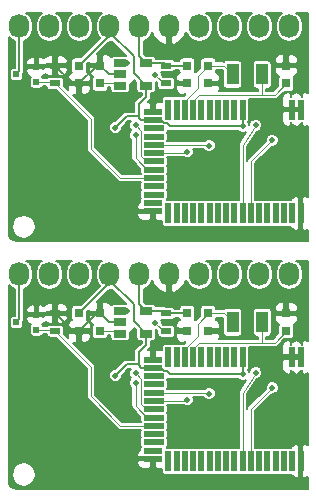
<source format=gtl>
G04 #@! TF.FileFunction,Copper,L1,Top,Signal*
%FSLAX46Y46*%
G04 Gerber Fmt 4.6, Leading zero omitted, Abs format (unit mm)*
G04 Created by KiCad (PCBNEW 4.0.2+dfsg1-stable) date 2017年01月10日 18時20分23秒*
%MOMM*%
G01*
G04 APERTURE LIST*
%ADD10C,0.100000*%
%ADD11R,0.750000X0.800000*%
%ADD12R,1.000000X1.800000*%
%ADD13R,0.500000X0.500000*%
%ADD14R,1.060000X0.650000*%
%ADD15R,0.500000X1.700000*%
%ADD16R,1.500000X0.500000*%
%ADD17R,1.700000X0.500000*%
%ADD18R,0.900000X0.500000*%
%ADD19O,1.700000X2.032000*%
%ADD20O,1.727200X2.032000*%
%ADD21C,0.500000*%
%ADD22C,0.200000*%
G04 APERTURE END LIST*
D10*
D11*
X150393400Y-76745400D03*
X150393400Y-78245400D03*
D12*
X163367400Y-77495400D03*
X165867400Y-77495400D03*
D13*
X146759400Y-78145400D03*
X146759400Y-76845400D03*
X145059400Y-77495400D03*
D14*
X153865400Y-76545400D03*
X153865400Y-77495400D03*
X153865400Y-78445400D03*
X156065400Y-78445400D03*
X156065400Y-76545400D03*
D15*
X169125400Y-80461400D03*
X168425400Y-80461400D03*
X164225400Y-80461400D03*
X163525400Y-80461400D03*
X162825400Y-80461400D03*
X162125400Y-80461400D03*
X161425400Y-80461400D03*
X160725400Y-80461400D03*
X160025400Y-80461400D03*
X159325400Y-80461400D03*
X158625400Y-80461400D03*
X157925400Y-80461400D03*
D16*
X156625400Y-80661400D03*
X156625400Y-81361400D03*
D17*
X156725400Y-82061400D03*
X156725400Y-82761400D03*
X156725400Y-83461400D03*
X156725400Y-84161400D03*
X156725400Y-84861400D03*
X156725400Y-85561400D03*
X156725400Y-86261400D03*
X156725400Y-86961400D03*
X156725400Y-87661400D03*
D16*
X156625400Y-88361400D03*
X156625400Y-89061400D03*
D15*
X157925400Y-89261400D03*
X158625400Y-89261400D03*
X159325400Y-89261400D03*
X160025400Y-89261400D03*
X160725400Y-89261400D03*
X161425400Y-89261400D03*
X162125400Y-89261400D03*
X162825400Y-89261400D03*
X163525400Y-89261400D03*
X164225400Y-89261400D03*
X164925400Y-89261400D03*
X165625400Y-89261400D03*
X166325400Y-89261400D03*
X167025400Y-89261400D03*
X167725400Y-89261400D03*
X168425400Y-89261400D03*
X169125400Y-89261400D03*
D18*
X148361400Y-78245400D03*
X148361400Y-76745400D03*
X157759400Y-76745400D03*
X157759400Y-78245400D03*
D11*
X159537400Y-76745400D03*
X159537400Y-78245400D03*
X152171400Y-78245400D03*
X152171400Y-76745400D03*
X161315400Y-76745400D03*
X161315400Y-78245400D03*
X167919400Y-78245400D03*
X167919400Y-76745400D03*
D19*
X168173400Y-73431400D03*
D20*
X165633400Y-73431400D03*
X163093400Y-73431400D03*
X160553400Y-73431400D03*
X158013400Y-73431400D03*
X155473400Y-73431400D03*
X152933400Y-73431400D03*
X150393400Y-73431400D03*
X147853400Y-73431400D03*
X145313400Y-73431400D03*
D19*
X168173400Y-94411800D03*
D20*
X165633400Y-94411800D03*
X163093400Y-94411800D03*
X160553400Y-94411800D03*
X158013400Y-94411800D03*
X155473400Y-94411800D03*
X152933400Y-94411800D03*
X150393400Y-94411800D03*
X147853400Y-94411800D03*
X145313400Y-94411800D03*
D11*
X167919400Y-99225800D03*
X167919400Y-97725800D03*
X161315400Y-97725800D03*
X161315400Y-99225800D03*
X152171400Y-99225800D03*
X152171400Y-97725800D03*
X159537400Y-97725800D03*
X159537400Y-99225800D03*
D18*
X157759400Y-97725800D03*
X157759400Y-99225800D03*
X148361400Y-99225800D03*
X148361400Y-97725800D03*
D15*
X169125400Y-101441800D03*
X168425400Y-101441800D03*
X164225400Y-101441800D03*
X163525400Y-101441800D03*
X162825400Y-101441800D03*
X162125400Y-101441800D03*
X161425400Y-101441800D03*
X160725400Y-101441800D03*
X160025400Y-101441800D03*
X159325400Y-101441800D03*
X158625400Y-101441800D03*
X157925400Y-101441800D03*
D16*
X156625400Y-101641800D03*
X156625400Y-102341800D03*
D17*
X156725400Y-103041800D03*
X156725400Y-103741800D03*
X156725400Y-104441800D03*
X156725400Y-105141800D03*
X156725400Y-105841800D03*
X156725400Y-106541800D03*
X156725400Y-107241800D03*
X156725400Y-107941800D03*
X156725400Y-108641800D03*
D16*
X156625400Y-109341800D03*
X156625400Y-110041800D03*
D15*
X157925400Y-110241800D03*
X158625400Y-110241800D03*
X159325400Y-110241800D03*
X160025400Y-110241800D03*
X160725400Y-110241800D03*
X161425400Y-110241800D03*
X162125400Y-110241800D03*
X162825400Y-110241800D03*
X163525400Y-110241800D03*
X164225400Y-110241800D03*
X164925400Y-110241800D03*
X165625400Y-110241800D03*
X166325400Y-110241800D03*
X167025400Y-110241800D03*
X167725400Y-110241800D03*
X168425400Y-110241800D03*
X169125400Y-110241800D03*
D14*
X153865400Y-97525800D03*
X153865400Y-98475800D03*
X153865400Y-99425800D03*
X156065400Y-99425800D03*
X156065400Y-97525800D03*
D13*
X146759400Y-99125800D03*
X146759400Y-97825800D03*
X145059400Y-98475800D03*
D12*
X163367400Y-98475800D03*
X165867400Y-98475800D03*
D11*
X150393400Y-97725800D03*
X150393400Y-99225800D03*
D21*
X147345400Y-76860400D03*
X167081200Y-76733400D03*
X169011600Y-76758800D03*
X149326600Y-76682600D03*
X159207200Y-85826600D03*
X158750000Y-75996800D03*
X158775400Y-78181200D03*
X162306000Y-75946000D03*
X162306000Y-78232000D03*
X162306000Y-99212400D03*
X162306000Y-96926400D03*
X158775400Y-99161600D03*
X158750000Y-96977200D03*
X159207200Y-106807000D03*
X149326600Y-97663000D03*
X169011600Y-97739200D03*
X167081200Y-97713800D03*
X147345400Y-97840800D03*
X164261800Y-81889600D03*
X153441400Y-82003900D03*
X153441400Y-102984300D03*
X164261800Y-102870000D03*
X166725600Y-83058000D03*
X166725600Y-104038400D03*
X165345207Y-81784809D03*
X165345207Y-102765209D03*
X161378900Y-83527900D03*
X161378900Y-104508300D03*
X159537400Y-84035900D03*
X159537400Y-105016300D03*
X155155900Y-81813400D03*
X155155900Y-102793800D03*
X155155900Y-82638900D03*
X155155900Y-103619300D03*
X154406600Y-76555600D03*
X156819600Y-77520800D03*
X156819600Y-98501200D03*
X154406600Y-97536000D03*
D22*
X155473400Y-75953400D02*
X156265400Y-76745400D01*
X155473400Y-73431400D02*
X155473400Y-75953400D01*
X157559400Y-76545400D02*
X157759400Y-76745400D01*
X156065400Y-76545400D02*
X157559400Y-76545400D01*
X157759400Y-76745400D02*
X159537400Y-76745400D01*
X157759400Y-97725800D02*
X159537400Y-97725800D01*
X156065400Y-97525800D02*
X157559400Y-97525800D01*
X157559400Y-97525800D02*
X157759400Y-97725800D01*
X155473400Y-94411800D02*
X155473400Y-96933800D01*
X155473400Y-96933800D02*
X156265400Y-97725800D01*
X149861400Y-78245400D02*
X148361400Y-76745400D01*
X150393400Y-78245400D02*
X149861400Y-78245400D01*
X151893400Y-76745400D02*
X150393400Y-78245400D01*
X152171400Y-76745400D02*
X151893400Y-76745400D01*
X152921400Y-77495400D02*
X152171400Y-76745400D01*
X153865400Y-77495400D02*
X152921400Y-77495400D01*
X147460400Y-76745400D02*
X147345400Y-76860400D01*
X148361400Y-76745400D02*
X147460400Y-76745400D01*
X167093200Y-76745400D02*
X167081200Y-76733400D01*
X167919400Y-76745400D02*
X167093200Y-76745400D01*
X168998200Y-76745400D02*
X169011600Y-76758800D01*
X167919400Y-76745400D02*
X168998200Y-76745400D01*
X149263800Y-76745400D02*
X149326600Y-76682600D01*
X148361400Y-76745400D02*
X149263800Y-76745400D01*
X159207200Y-85826600D02*
X159207200Y-85979000D01*
X158013400Y-75184000D02*
X158750000Y-75920600D01*
X158750000Y-75920600D02*
X158750000Y-75996800D01*
X158775400Y-78181200D02*
X158839600Y-78245400D01*
X158839600Y-78245400D02*
X159537400Y-78245400D01*
X158013400Y-73431400D02*
X158013400Y-75184000D01*
X162204400Y-75996800D02*
X162255200Y-75946000D01*
X162255200Y-75946000D02*
X162306000Y-75946000D01*
X162306000Y-78232000D02*
X162292600Y-78245400D01*
X162292600Y-78245400D02*
X161315400Y-78245400D01*
X158750000Y-75996800D02*
X162204400Y-75996800D01*
X158750000Y-96977200D02*
X162204400Y-96977200D01*
X162292600Y-99225800D02*
X161315400Y-99225800D01*
X162306000Y-99212400D02*
X162292600Y-99225800D01*
X162255200Y-96926400D02*
X162306000Y-96926400D01*
X162204400Y-96977200D02*
X162255200Y-96926400D01*
X158013400Y-94411800D02*
X158013400Y-96164400D01*
X158839600Y-99225800D02*
X159537400Y-99225800D01*
X158775400Y-99161600D02*
X158839600Y-99225800D01*
X158750000Y-96901000D02*
X158750000Y-96977200D01*
X158013400Y-96164400D02*
X158750000Y-96901000D01*
X159207200Y-106807000D02*
X159207200Y-106959400D01*
X148361400Y-97725800D02*
X149263800Y-97725800D01*
X149263800Y-97725800D02*
X149326600Y-97663000D01*
X167919400Y-97725800D02*
X168998200Y-97725800D01*
X168998200Y-97725800D02*
X169011600Y-97739200D01*
X167919400Y-97725800D02*
X167093200Y-97725800D01*
X167093200Y-97725800D02*
X167081200Y-97713800D01*
X148361400Y-97725800D02*
X147460400Y-97725800D01*
X147460400Y-97725800D02*
X147345400Y-97840800D01*
X153865400Y-98475800D02*
X152921400Y-98475800D01*
X152921400Y-98475800D02*
X152171400Y-97725800D01*
X152171400Y-97725800D02*
X151893400Y-97725800D01*
X151893400Y-97725800D02*
X150393400Y-99225800D01*
X150393400Y-99225800D02*
X149861400Y-99225800D01*
X149861400Y-99225800D02*
X148361400Y-97725800D01*
X152933400Y-74205400D02*
X150393400Y-76745400D01*
X152933400Y-73431400D02*
X152933400Y-74205400D01*
X154990800Y-75971400D02*
X154990800Y-77370800D01*
X154990800Y-77370800D02*
X156065400Y-78445400D01*
X152933400Y-73914000D02*
X154990800Y-75971400D01*
X152933400Y-73431400D02*
X152933400Y-73914000D01*
X155422600Y-81153000D02*
X155631000Y-81361400D01*
X155422600Y-81051400D02*
X155422600Y-81153000D01*
X155631000Y-81361400D02*
X156125400Y-81361400D01*
X155422600Y-80035400D02*
X155422600Y-81051400D01*
X156065400Y-79392600D02*
X155422600Y-80035400D01*
X156065400Y-78445400D02*
X156065400Y-79392600D01*
X164225400Y-81853200D02*
X164225400Y-79861400D01*
X164261800Y-81889600D02*
X164225400Y-81853200D01*
X157530800Y-81584800D02*
X157784800Y-81584800D01*
X157784800Y-81584800D02*
X158089600Y-81889600D01*
X158089600Y-81889600D02*
X164261800Y-81889600D01*
X157307400Y-81361400D02*
X157530800Y-81584800D01*
X156125400Y-81361400D02*
X157307400Y-81361400D01*
X155448000Y-81051400D02*
X155422600Y-81051400D01*
X155422600Y-81051400D02*
X155448000Y-81051400D01*
X153441400Y-82003900D02*
X154393900Y-81051400D01*
X154393900Y-81051400D02*
X155422600Y-81051400D01*
X154393900Y-102031800D02*
X155422600Y-102031800D01*
X153441400Y-102984300D02*
X154393900Y-102031800D01*
X155422600Y-102031800D02*
X155448000Y-102031800D01*
X155448000Y-102031800D02*
X155422600Y-102031800D01*
X156125400Y-102341800D02*
X157307400Y-102341800D01*
X157307400Y-102341800D02*
X157530800Y-102565200D01*
X158089600Y-102870000D02*
X164261800Y-102870000D01*
X157784800Y-102565200D02*
X158089600Y-102870000D01*
X157530800Y-102565200D02*
X157784800Y-102565200D01*
X164261800Y-102870000D02*
X164225400Y-102833600D01*
X164225400Y-102833600D02*
X164225400Y-100841800D01*
X156065400Y-99425800D02*
X156065400Y-100373000D01*
X156065400Y-100373000D02*
X155422600Y-101015800D01*
X155422600Y-101015800D02*
X155422600Y-102031800D01*
X155631000Y-102341800D02*
X156125400Y-102341800D01*
X155422600Y-102031800D02*
X155422600Y-102133400D01*
X155422600Y-102133400D02*
X155631000Y-102341800D01*
X152933400Y-94411800D02*
X152933400Y-94894400D01*
X152933400Y-94894400D02*
X154990800Y-96951800D01*
X154990800Y-98351200D02*
X156065400Y-99425800D01*
X154990800Y-96951800D02*
X154990800Y-98351200D01*
X152933400Y-94411800D02*
X152933400Y-95185800D01*
X152933400Y-95185800D02*
X150393400Y-97725800D01*
D10*
X166942200Y-79222600D02*
X167919400Y-78245400D01*
X165862000Y-79222600D02*
X166942200Y-79222600D01*
X160528000Y-79222600D02*
X165862000Y-79222600D01*
X160025400Y-79725200D02*
X160528000Y-79222600D01*
X160025400Y-79861400D02*
X160025400Y-79725200D01*
X165862000Y-77500800D02*
X165867400Y-77495400D01*
X165862000Y-79222600D02*
X165862000Y-77500800D01*
X165862000Y-100203000D02*
X165862000Y-98481200D01*
X165862000Y-98481200D02*
X165867400Y-98475800D01*
X160025400Y-100841800D02*
X160025400Y-100705600D01*
X160025400Y-100705600D02*
X160528000Y-100203000D01*
X160528000Y-100203000D02*
X165862000Y-100203000D01*
X165862000Y-100203000D02*
X166942200Y-100203000D01*
X166942200Y-100203000D02*
X167919400Y-99225800D01*
X160426400Y-77634400D02*
X161315400Y-76745400D01*
X160426400Y-78663800D02*
X160426400Y-77634400D01*
X159325400Y-79764800D02*
X160426400Y-78663800D01*
X159325400Y-79861400D02*
X159325400Y-79764800D01*
X162617400Y-76745400D02*
X163367400Y-77495400D01*
X161315400Y-76745400D02*
X162617400Y-76745400D01*
X161315400Y-97725800D02*
X162617400Y-97725800D01*
X162617400Y-97725800D02*
X163367400Y-98475800D01*
X159325400Y-100841800D02*
X159325400Y-100745200D01*
X159325400Y-100745200D02*
X160426400Y-99644200D01*
X160426400Y-99644200D02*
X160426400Y-98614800D01*
X160426400Y-98614800D02*
X161315400Y-97725800D01*
X153665400Y-78245400D02*
X153865400Y-78445400D01*
X152171400Y-78245400D02*
X153665400Y-78245400D01*
X152171400Y-99225800D02*
X153665400Y-99225800D01*
X153665400Y-99225800D02*
X153865400Y-99425800D01*
X164925400Y-84858200D02*
X166725600Y-83058000D01*
X164925400Y-89861400D02*
X164925400Y-84858200D01*
X164925400Y-110841800D02*
X164925400Y-105838600D01*
X164925400Y-105838600D02*
X166725600Y-104038400D01*
X164236313Y-83489800D02*
X165345207Y-81784809D01*
X164225400Y-89861400D02*
X164236313Y-83489800D01*
X164225400Y-110841800D02*
X164236313Y-104470200D01*
X164236313Y-104470200D02*
X165345207Y-102765209D01*
X161325100Y-83474100D02*
X161378900Y-83527900D01*
X156125400Y-83461400D02*
X161325100Y-83474100D01*
X156125400Y-104441800D02*
X161325100Y-104454500D01*
X161325100Y-104454500D02*
X161378900Y-104508300D01*
X159450000Y-84123300D02*
X159537400Y-84035900D01*
X156125400Y-84161400D02*
X159450000Y-84123300D01*
X156125400Y-105141800D02*
X159450000Y-105103700D01*
X159450000Y-105103700D02*
X159537400Y-105016300D01*
X156125400Y-84861400D02*
X156044900Y-84861400D01*
X156044900Y-84861400D02*
X155600400Y-84416900D01*
X155600400Y-84416900D02*
X155600400Y-82257900D01*
X155600400Y-82257900D02*
X155155900Y-81813400D01*
X155600400Y-103238300D02*
X155155900Y-102793800D01*
X155600400Y-105397300D02*
X155600400Y-103238300D01*
X156044900Y-105841800D02*
X155600400Y-105397300D01*
X156125400Y-105841800D02*
X156044900Y-105841800D01*
X156125400Y-85561400D02*
X155982900Y-85561400D01*
X155155900Y-84607400D02*
X155155900Y-82638900D01*
X156109900Y-85561400D02*
X155155900Y-84607400D01*
X156125400Y-85561400D02*
X156109900Y-85561400D01*
X156125400Y-106541800D02*
X156109900Y-106541800D01*
X156109900Y-106541800D02*
X155155900Y-105587800D01*
X155155900Y-105587800D02*
X155155900Y-103619300D01*
X156125400Y-106541800D02*
X155982900Y-106541800D01*
D22*
X145313400Y-77241400D02*
X145059400Y-77495400D01*
X145313400Y-73431400D02*
X145313400Y-77241400D01*
X145313400Y-94411800D02*
X145313400Y-98221800D01*
X145313400Y-98221800D02*
X145059400Y-98475800D01*
D10*
X154396400Y-76545400D02*
X153865400Y-76545400D01*
X154406600Y-76555600D02*
X154396400Y-76545400D01*
X157544200Y-78245400D02*
X156819600Y-77520800D01*
X157759400Y-78245400D02*
X157544200Y-78245400D01*
X157759400Y-99225800D02*
X157544200Y-99225800D01*
X157544200Y-99225800D02*
X156819600Y-98501200D01*
X154406600Y-97536000D02*
X154396400Y-97525800D01*
X154396400Y-97525800D02*
X153865400Y-97525800D01*
X153876200Y-86261400D02*
X156125400Y-86261400D01*
X151384000Y-83769200D02*
X153876200Y-86261400D01*
X151384000Y-81268000D02*
X151384000Y-83769200D01*
X148261400Y-78145400D02*
X151384000Y-81268000D01*
X146759400Y-78145400D02*
X148261400Y-78145400D01*
X146759400Y-99125800D02*
X148261400Y-99125800D01*
X148261400Y-99125800D02*
X151384000Y-102248400D01*
X151384000Y-102248400D02*
X151384000Y-104749600D01*
X151384000Y-104749600D02*
X153876200Y-107241800D01*
X153876200Y-107241800D02*
X156125400Y-107241800D01*
D22*
G36*
X147030611Y-93410829D02*
X146778374Y-93788328D01*
X146689800Y-94233618D01*
X146689800Y-94589982D01*
X146778374Y-95035272D01*
X147030611Y-95412771D01*
X147408110Y-95665008D01*
X147853400Y-95753582D01*
X148298690Y-95665008D01*
X148676189Y-95412771D01*
X148928426Y-95035272D01*
X149017000Y-94589982D01*
X149017000Y-94233618D01*
X148928426Y-93788328D01*
X148676189Y-93410829D01*
X148454648Y-93262800D01*
X149792152Y-93262800D01*
X149570611Y-93410829D01*
X149318374Y-93788328D01*
X149229800Y-94233618D01*
X149229800Y-94589982D01*
X149318374Y-95035272D01*
X149570611Y-95412771D01*
X149948110Y-95665008D01*
X150393400Y-95753582D01*
X150838690Y-95665008D01*
X151216189Y-95412771D01*
X151468426Y-95035272D01*
X151557000Y-94589982D01*
X151557000Y-94233618D01*
X151468426Y-93788328D01*
X151216189Y-93410829D01*
X150994648Y-93262800D01*
X152332152Y-93262800D01*
X152110611Y-93410829D01*
X151858374Y-93788328D01*
X151769800Y-94233618D01*
X151769800Y-94589982D01*
X151858374Y-95035272D01*
X152110611Y-95412771D01*
X152128674Y-95424841D01*
X150533591Y-97019923D01*
X150018400Y-97019923D01*
X149907227Y-97040842D01*
X149805121Y-97106545D01*
X149736622Y-97206797D01*
X149712523Y-97325800D01*
X149712523Y-98125800D01*
X149733442Y-98236973D01*
X149758218Y-98275476D01*
X149673996Y-98310362D01*
X149502963Y-98481395D01*
X149410400Y-98704861D01*
X149410400Y-98919800D01*
X149562400Y-99071800D01*
X150239400Y-99071800D01*
X150239400Y-99051800D01*
X150547400Y-99051800D01*
X150547400Y-99071800D01*
X151224400Y-99071800D01*
X151376400Y-98919800D01*
X151376400Y-98704861D01*
X151283837Y-98481395D01*
X151112804Y-98310362D01*
X151029079Y-98275682D01*
X151050178Y-98244803D01*
X151074277Y-98125800D01*
X151074277Y-97610609D01*
X151226743Y-97458143D01*
X151340400Y-97571800D01*
X152017400Y-97571800D01*
X152017400Y-96869800D01*
X151916243Y-96768643D01*
X152931651Y-95753234D01*
X152933400Y-95753582D01*
X153178202Y-95704888D01*
X154368237Y-96894923D01*
X153335400Y-96894923D01*
X153224227Y-96915842D01*
X153122121Y-96981545D01*
X153084628Y-97036418D01*
X153061837Y-96981395D01*
X152890804Y-96810362D01*
X152667338Y-96717800D01*
X152477400Y-96717800D01*
X152325400Y-96869800D01*
X152325400Y-97571800D01*
X152345400Y-97571800D01*
X152345400Y-97879800D01*
X152325400Y-97879800D01*
X152325400Y-97899800D01*
X152017400Y-97899800D01*
X152017400Y-97879800D01*
X151340400Y-97879800D01*
X151188400Y-98031800D01*
X151188400Y-98246739D01*
X151280963Y-98470205D01*
X151451996Y-98641238D01*
X151535721Y-98675918D01*
X151514622Y-98706797D01*
X151490523Y-98825800D01*
X151490523Y-99625800D01*
X151511442Y-99736973D01*
X151577145Y-99839079D01*
X151677397Y-99907578D01*
X151796400Y-99931677D01*
X152546400Y-99931677D01*
X152657573Y-99910758D01*
X152759679Y-99845055D01*
X152828178Y-99744803D01*
X152852277Y-99625800D01*
X152852277Y-99575800D01*
X153029523Y-99575800D01*
X153029523Y-99750800D01*
X153050442Y-99861973D01*
X153116145Y-99964079D01*
X153216397Y-100032578D01*
X153335400Y-100056677D01*
X154395400Y-100056677D01*
X154506573Y-100035758D01*
X154608679Y-99970055D01*
X154677178Y-99869803D01*
X154701277Y-99750800D01*
X154701277Y-99332196D01*
X154739805Y-99316237D01*
X154910838Y-99145204D01*
X155001131Y-98927217D01*
X155229523Y-99155609D01*
X155229523Y-99750800D01*
X155250442Y-99861973D01*
X155316145Y-99964079D01*
X155416397Y-100032578D01*
X155535400Y-100056677D01*
X155665400Y-100056677D01*
X155665400Y-100207315D01*
X155139757Y-100732957D01*
X155053048Y-100862726D01*
X155049783Y-100879139D01*
X155022600Y-101015800D01*
X155022600Y-101631800D01*
X154393900Y-101631800D01*
X154240827Y-101662248D01*
X154111057Y-101748957D01*
X154111055Y-101748960D01*
X153425728Y-102434286D01*
X153332478Y-102434205D01*
X153130257Y-102517761D01*
X152975405Y-102672343D01*
X152891496Y-102874418D01*
X152891305Y-103093222D01*
X152974861Y-103295443D01*
X153129443Y-103450295D01*
X153331518Y-103534204D01*
X153550322Y-103534395D01*
X153752543Y-103450839D01*
X153907395Y-103296257D01*
X153991304Y-103094182D01*
X153991386Y-103000000D01*
X154559585Y-102431800D01*
X154740035Y-102431800D01*
X154689905Y-102481843D01*
X154605996Y-102683918D01*
X154605805Y-102902722D01*
X154689361Y-103104943D01*
X154790832Y-103206592D01*
X154689905Y-103307343D01*
X154605996Y-103509418D01*
X154605805Y-103728222D01*
X154689361Y-103930443D01*
X154805900Y-104047186D01*
X154805900Y-105587800D01*
X154823595Y-105676758D01*
X154832542Y-105721739D01*
X154908413Y-105835287D01*
X155569523Y-106496398D01*
X155569523Y-106791800D01*
X155588340Y-106891800D01*
X154021174Y-106891800D01*
X151734000Y-104604626D01*
X151734000Y-102248400D01*
X151707358Y-102114461D01*
X151707358Y-102114460D01*
X151631487Y-102000912D01*
X149840978Y-100210404D01*
X149897462Y-100233800D01*
X150087400Y-100233800D01*
X150239400Y-100081800D01*
X150239400Y-99379800D01*
X150547400Y-99379800D01*
X150547400Y-100081800D01*
X150699400Y-100233800D01*
X150889338Y-100233800D01*
X151112804Y-100141238D01*
X151283837Y-99970205D01*
X151376400Y-99746739D01*
X151376400Y-99531800D01*
X151224400Y-99379800D01*
X150547400Y-99379800D01*
X150239400Y-99379800D01*
X149562400Y-99379800D01*
X149410400Y-99531800D01*
X149410400Y-99746739D01*
X149433796Y-99803222D01*
X149115441Y-99484867D01*
X149117277Y-99475800D01*
X149117277Y-98975800D01*
X149096358Y-98864627D01*
X149030655Y-98762521D01*
X148930403Y-98694022D01*
X148811400Y-98669923D01*
X147911400Y-98669923D01*
X147800227Y-98690842D01*
X147698121Y-98756545D01*
X147684965Y-98775800D01*
X147296460Y-98775800D01*
X147294358Y-98764627D01*
X147228655Y-98662521D01*
X147210937Y-98650415D01*
X147353804Y-98591238D01*
X147510400Y-98434642D01*
X147566996Y-98491238D01*
X147790462Y-98583800D01*
X148055400Y-98583800D01*
X148207400Y-98431800D01*
X148207400Y-97850800D01*
X148515400Y-97850800D01*
X148515400Y-98431800D01*
X148667400Y-98583800D01*
X148932338Y-98583800D01*
X149155804Y-98491238D01*
X149326837Y-98320205D01*
X149419400Y-98096739D01*
X149419400Y-98002800D01*
X149267400Y-97850800D01*
X148515400Y-97850800D01*
X148207400Y-97850800D01*
X147455400Y-97850800D01*
X147355400Y-97950800D01*
X146884400Y-97950800D01*
X146884400Y-97999800D01*
X146634400Y-97999800D01*
X146634400Y-97950800D01*
X146053400Y-97950800D01*
X145901400Y-98102800D01*
X145901400Y-98196739D01*
X145993963Y-98420205D01*
X146164996Y-98591238D01*
X146306515Y-98649857D01*
X146296121Y-98656545D01*
X146227622Y-98756797D01*
X146203523Y-98875800D01*
X146203523Y-99375800D01*
X146224442Y-99486973D01*
X146290145Y-99589079D01*
X146390397Y-99657578D01*
X146509400Y-99681677D01*
X147009400Y-99681677D01*
X147120573Y-99660758D01*
X147222679Y-99595055D01*
X147291178Y-99494803D01*
X147295026Y-99475800D01*
X147605523Y-99475800D01*
X147626442Y-99586973D01*
X147692145Y-99689079D01*
X147792397Y-99757578D01*
X147911400Y-99781677D01*
X148422303Y-99781677D01*
X151034000Y-102393375D01*
X151034000Y-104749600D01*
X151054646Y-104853393D01*
X151060642Y-104883539D01*
X151136513Y-104997087D01*
X153628713Y-107489287D01*
X153742261Y-107565158D01*
X153876200Y-107591800D01*
X155588340Y-107591800D01*
X155589030Y-107595471D01*
X155569523Y-107691800D01*
X155569523Y-108191800D01*
X155589030Y-108295471D01*
X155569523Y-108391800D01*
X155569523Y-108891800D01*
X155589030Y-108995471D01*
X155569523Y-109091800D01*
X155569523Y-109260404D01*
X155530995Y-109276363D01*
X155359962Y-109447396D01*
X155267400Y-109670862D01*
X155267400Y-109764800D01*
X155419400Y-109916800D01*
X156471400Y-109916800D01*
X156471400Y-109897677D01*
X156779400Y-109897677D01*
X156779400Y-109916800D01*
X156799400Y-109916800D01*
X156799400Y-110166800D01*
X156779400Y-110166800D01*
X156779400Y-110747800D01*
X156931400Y-110899800D01*
X157369523Y-110899800D01*
X157369523Y-111091800D01*
X157390442Y-111202973D01*
X157456145Y-111305079D01*
X157556397Y-111373578D01*
X157675400Y-111397677D01*
X158175400Y-111397677D01*
X158279071Y-111378170D01*
X158375400Y-111397677D01*
X158875400Y-111397677D01*
X158979071Y-111378170D01*
X159075400Y-111397677D01*
X159575400Y-111397677D01*
X159679071Y-111378170D01*
X159775400Y-111397677D01*
X160275400Y-111397677D01*
X160379071Y-111378170D01*
X160475400Y-111397677D01*
X160975400Y-111397677D01*
X161079071Y-111378170D01*
X161175400Y-111397677D01*
X161675400Y-111397677D01*
X161779071Y-111378170D01*
X161875400Y-111397677D01*
X162375400Y-111397677D01*
X162479071Y-111378170D01*
X162575400Y-111397677D01*
X163075400Y-111397677D01*
X163179071Y-111378170D01*
X163275400Y-111397677D01*
X163775400Y-111397677D01*
X163879071Y-111378170D01*
X163975400Y-111397677D01*
X164475400Y-111397677D01*
X164579071Y-111378170D01*
X164675400Y-111397677D01*
X165175400Y-111397677D01*
X165279071Y-111378170D01*
X165375400Y-111397677D01*
X165875400Y-111397677D01*
X165979071Y-111378170D01*
X166075400Y-111397677D01*
X166575400Y-111397677D01*
X166679071Y-111378170D01*
X166775400Y-111397677D01*
X167275400Y-111397677D01*
X167379071Y-111378170D01*
X167475400Y-111397677D01*
X167975400Y-111397677D01*
X168079071Y-111378170D01*
X168175400Y-111397677D01*
X168344004Y-111397677D01*
X168359963Y-111436205D01*
X168530996Y-111607238D01*
X168754462Y-111699800D01*
X168848400Y-111699800D01*
X169000400Y-111547800D01*
X169000400Y-110395800D01*
X168981277Y-110395800D01*
X168981277Y-110087800D01*
X169000400Y-110087800D01*
X169000400Y-108935800D01*
X168848400Y-108783800D01*
X168754462Y-108783800D01*
X168530996Y-108876362D01*
X168359963Y-109047395D01*
X168344004Y-109085923D01*
X168175400Y-109085923D01*
X168071729Y-109105430D01*
X167975400Y-109085923D01*
X167475400Y-109085923D01*
X167371729Y-109105430D01*
X167275400Y-109085923D01*
X166775400Y-109085923D01*
X166671729Y-109105430D01*
X166575400Y-109085923D01*
X166075400Y-109085923D01*
X165971729Y-109105430D01*
X165875400Y-109085923D01*
X165375400Y-109085923D01*
X165275400Y-109104740D01*
X165275400Y-105983574D01*
X166670623Y-104588352D01*
X166834522Y-104588495D01*
X167036743Y-104504939D01*
X167191595Y-104350357D01*
X167275504Y-104148282D01*
X167275695Y-103929478D01*
X167192139Y-103727257D01*
X167037557Y-103572405D01*
X166835482Y-103488496D01*
X166616678Y-103488305D01*
X166414457Y-103571861D01*
X166259605Y-103726443D01*
X166175696Y-103928518D01*
X166175552Y-104093473D01*
X164677913Y-105591113D01*
X164602042Y-105704661D01*
X164584044Y-105795145D01*
X164586135Y-104574279D01*
X165404976Y-103315261D01*
X165454129Y-103315304D01*
X165656350Y-103231748D01*
X165811202Y-103077166D01*
X165895111Y-102875091D01*
X165895302Y-102656287D01*
X165811746Y-102454066D01*
X165657164Y-102299214D01*
X165455089Y-102215305D01*
X165236285Y-102215114D01*
X165034064Y-102298670D01*
X164879212Y-102453252D01*
X164795303Y-102655327D01*
X164795246Y-102720784D01*
X164728339Y-102558857D01*
X164683772Y-102514212D01*
X164688679Y-102511055D01*
X164757178Y-102410803D01*
X164781277Y-102291800D01*
X164781277Y-100591800D01*
X164773976Y-100553000D01*
X166942200Y-100553000D01*
X167076139Y-100526358D01*
X167189687Y-100450487D01*
X167708498Y-99931677D01*
X168294400Y-99931677D01*
X168405573Y-99910758D01*
X168507679Y-99845055D01*
X168576178Y-99744803D01*
X168600277Y-99625800D01*
X168600277Y-98825800D01*
X168579358Y-98714627D01*
X168554582Y-98676124D01*
X168638804Y-98641238D01*
X168809837Y-98470205D01*
X168902400Y-98246739D01*
X168902400Y-98031800D01*
X168750400Y-97879800D01*
X168073400Y-97879800D01*
X168073400Y-97899800D01*
X167765400Y-97899800D01*
X167765400Y-97879800D01*
X167088400Y-97879800D01*
X166936400Y-98031800D01*
X166936400Y-98246739D01*
X167028963Y-98470205D01*
X167199996Y-98641238D01*
X167283721Y-98675918D01*
X167262622Y-98706797D01*
X167238523Y-98825800D01*
X167238523Y-99411702D01*
X166797226Y-99853000D01*
X166212000Y-99853000D01*
X166212000Y-99681677D01*
X166367400Y-99681677D01*
X166478573Y-99660758D01*
X166580679Y-99595055D01*
X166649178Y-99494803D01*
X166673277Y-99375800D01*
X166673277Y-97575800D01*
X166652358Y-97464627D01*
X166586655Y-97362521D01*
X166486403Y-97294022D01*
X166367400Y-97269923D01*
X165367400Y-97269923D01*
X165256227Y-97290842D01*
X165154121Y-97356545D01*
X165085622Y-97456797D01*
X165061523Y-97575800D01*
X165061523Y-99375800D01*
X165082442Y-99486973D01*
X165148145Y-99589079D01*
X165248397Y-99657578D01*
X165367400Y-99681677D01*
X165512000Y-99681677D01*
X165512000Y-99853000D01*
X162254385Y-99853000D01*
X162298400Y-99746739D01*
X162298400Y-99531800D01*
X162146400Y-99379800D01*
X161469400Y-99379800D01*
X161469400Y-99399800D01*
X161161400Y-99399800D01*
X161161400Y-99379800D01*
X161141400Y-99379800D01*
X161141400Y-99071800D01*
X161161400Y-99071800D01*
X161161400Y-99051800D01*
X161469400Y-99051800D01*
X161469400Y-99071800D01*
X162146400Y-99071800D01*
X162298400Y-98919800D01*
X162298400Y-98704861D01*
X162205837Y-98481395D01*
X162034804Y-98310362D01*
X161951079Y-98275682D01*
X161972178Y-98244803D01*
X161996277Y-98125800D01*
X161996277Y-98075800D01*
X162472426Y-98075800D01*
X162561523Y-98164897D01*
X162561523Y-99375800D01*
X162582442Y-99486973D01*
X162648145Y-99589079D01*
X162748397Y-99657578D01*
X162867400Y-99681677D01*
X163867400Y-99681677D01*
X163978573Y-99660758D01*
X164080679Y-99595055D01*
X164149178Y-99494803D01*
X164173277Y-99375800D01*
X164173277Y-97575800D01*
X164152358Y-97464627D01*
X164086655Y-97362521D01*
X163986403Y-97294022D01*
X163867400Y-97269923D01*
X162867400Y-97269923D01*
X162756227Y-97290842D01*
X162654121Y-97356545D01*
X162638145Y-97379926D01*
X162617400Y-97375800D01*
X161996277Y-97375800D01*
X161996277Y-97325800D01*
X161975358Y-97214627D01*
X161969074Y-97204861D01*
X166936400Y-97204861D01*
X166936400Y-97419800D01*
X167088400Y-97571800D01*
X167765400Y-97571800D01*
X167765400Y-96869800D01*
X168073400Y-96869800D01*
X168073400Y-97571800D01*
X168750400Y-97571800D01*
X168902400Y-97419800D01*
X168902400Y-97204861D01*
X168809837Y-96981395D01*
X168638804Y-96810362D01*
X168415338Y-96717800D01*
X168225400Y-96717800D01*
X168073400Y-96869800D01*
X167765400Y-96869800D01*
X167613400Y-96717800D01*
X167423462Y-96717800D01*
X167199996Y-96810362D01*
X167028963Y-96981395D01*
X166936400Y-97204861D01*
X161969074Y-97204861D01*
X161909655Y-97112521D01*
X161809403Y-97044022D01*
X161690400Y-97019923D01*
X160940400Y-97019923D01*
X160829227Y-97040842D01*
X160727121Y-97106545D01*
X160658622Y-97206797D01*
X160634523Y-97325800D01*
X160634523Y-97911703D01*
X160241997Y-98304229D01*
X160173079Y-98275682D01*
X160194178Y-98244803D01*
X160218277Y-98125800D01*
X160218277Y-97325800D01*
X160197358Y-97214627D01*
X160131655Y-97112521D01*
X160031403Y-97044022D01*
X159912400Y-97019923D01*
X159162400Y-97019923D01*
X159051227Y-97040842D01*
X158949121Y-97106545D01*
X158880622Y-97206797D01*
X158856523Y-97325800D01*
X158469374Y-97325800D01*
X158428655Y-97262521D01*
X158328403Y-97194022D01*
X158209400Y-97169923D01*
X157732940Y-97169923D01*
X157712474Y-97156248D01*
X157559400Y-97125800D01*
X156887165Y-97125800D01*
X156880358Y-97089627D01*
X156814655Y-96987521D01*
X156714403Y-96919022D01*
X156595400Y-96894923D01*
X156000209Y-96894923D01*
X155873400Y-96768114D01*
X155873400Y-95674017D01*
X155918690Y-95665008D01*
X156296189Y-95412771D01*
X156548426Y-95035272D01*
X156583521Y-94858840D01*
X156759562Y-95334429D01*
X157149759Y-95755622D01*
X157632351Y-95985611D01*
X157859400Y-95874783D01*
X157859400Y-94565800D01*
X157839400Y-94565800D01*
X157839400Y-94257800D01*
X157859400Y-94257800D01*
X157859400Y-94237800D01*
X158167400Y-94237800D01*
X158167400Y-94257800D01*
X158187400Y-94257800D01*
X158187400Y-94565800D01*
X158167400Y-94565800D01*
X158167400Y-95874783D01*
X158394449Y-95985611D01*
X158877041Y-95755622D01*
X159267238Y-95334429D01*
X159443279Y-94858840D01*
X159478374Y-95035272D01*
X159730611Y-95412771D01*
X160108110Y-95665008D01*
X160553400Y-95753582D01*
X160998690Y-95665008D01*
X161376189Y-95412771D01*
X161628426Y-95035272D01*
X161717000Y-94589982D01*
X161717000Y-94233618D01*
X161628426Y-93788328D01*
X161376189Y-93410829D01*
X161154648Y-93262800D01*
X162492152Y-93262800D01*
X162270611Y-93410829D01*
X162018374Y-93788328D01*
X161929800Y-94233618D01*
X161929800Y-94589982D01*
X162018374Y-95035272D01*
X162270611Y-95412771D01*
X162648110Y-95665008D01*
X163093400Y-95753582D01*
X163538690Y-95665008D01*
X163916189Y-95412771D01*
X164168426Y-95035272D01*
X164257000Y-94589982D01*
X164257000Y-94233618D01*
X164168426Y-93788328D01*
X163916189Y-93410829D01*
X163694648Y-93262800D01*
X165032152Y-93262800D01*
X164810611Y-93410829D01*
X164558374Y-93788328D01*
X164469800Y-94233618D01*
X164469800Y-94589982D01*
X164558374Y-95035272D01*
X164810611Y-95412771D01*
X165188110Y-95665008D01*
X165633400Y-95753582D01*
X166078690Y-95665008D01*
X166456189Y-95412771D01*
X166708426Y-95035272D01*
X166797000Y-94589982D01*
X166797000Y-94233618D01*
X166708426Y-93788328D01*
X166456189Y-93410829D01*
X166234648Y-93262800D01*
X167575806Y-93262800D01*
X167360227Y-93406845D01*
X167110939Y-93779932D01*
X167023400Y-94220018D01*
X167023400Y-94603582D01*
X167110939Y-95043668D01*
X167360227Y-95416755D01*
X167733314Y-95666043D01*
X168173400Y-95753582D01*
X168613486Y-95666043D01*
X168986573Y-95416755D01*
X169235861Y-95043668D01*
X169323400Y-94603582D01*
X169323400Y-94220018D01*
X169235861Y-93779932D01*
X168986573Y-93406845D01*
X168770994Y-93262800D01*
X169724400Y-93262800D01*
X169724400Y-100080958D01*
X169719804Y-100076362D01*
X169496338Y-99983800D01*
X169402400Y-99983800D01*
X169250400Y-100135800D01*
X169250400Y-100391192D01*
X169190837Y-100247395D01*
X169019804Y-100076362D01*
X168885213Y-100020613D01*
X168848400Y-99983800D01*
X168702400Y-99983800D01*
X168665587Y-100020613D01*
X168530996Y-100076362D01*
X168359963Y-100247395D01*
X168300400Y-100391192D01*
X168300400Y-100135800D01*
X168148400Y-99983800D01*
X168054462Y-99983800D01*
X167830996Y-100076362D01*
X167659963Y-100247395D01*
X167567400Y-100470861D01*
X167567400Y-101135800D01*
X167719400Y-101287800D01*
X168300400Y-101287800D01*
X168300400Y-101168800D01*
X168419400Y-101287800D01*
X169131400Y-101287800D01*
X169250400Y-101168800D01*
X169250400Y-101287800D01*
X169299400Y-101287800D01*
X169299400Y-101595800D01*
X169250400Y-101595800D01*
X169250400Y-101714800D01*
X169131400Y-101595800D01*
X168419400Y-101595800D01*
X168300400Y-101714800D01*
X168300400Y-101595800D01*
X167719400Y-101595800D01*
X167567400Y-101747800D01*
X167567400Y-102412739D01*
X167659963Y-102636205D01*
X167830996Y-102807238D01*
X168054462Y-102899800D01*
X168148400Y-102899800D01*
X168300400Y-102747800D01*
X168300400Y-102492408D01*
X168359963Y-102636205D01*
X168530996Y-102807238D01*
X168665587Y-102862987D01*
X168702400Y-102899800D01*
X168848400Y-102899800D01*
X168885213Y-102862987D01*
X169019804Y-102807238D01*
X169190837Y-102636205D01*
X169250400Y-102492408D01*
X169250400Y-102747800D01*
X169402400Y-102899800D01*
X169496338Y-102899800D01*
X169719804Y-102807238D01*
X169724400Y-102802642D01*
X169724400Y-108880958D01*
X169719804Y-108876362D01*
X169496338Y-108783800D01*
X169402400Y-108783800D01*
X169250400Y-108935800D01*
X169250400Y-110087800D01*
X169299400Y-110087800D01*
X169299400Y-110395800D01*
X169250400Y-110395800D01*
X169250400Y-111547800D01*
X169402400Y-111699800D01*
X169496338Y-111699800D01*
X169719804Y-111607238D01*
X169724400Y-111602642D01*
X169724400Y-112578800D01*
X145096336Y-112578800D01*
X144816912Y-112523219D01*
X144611340Y-112385860D01*
X144473981Y-112180289D01*
X144418400Y-111900863D01*
X144418400Y-111366300D01*
X144665627Y-111366300D01*
X144743938Y-111759994D01*
X144966948Y-112093752D01*
X145300706Y-112316762D01*
X145694400Y-112395073D01*
X146088094Y-112316762D01*
X146421852Y-112093752D01*
X146644862Y-111759994D01*
X146723173Y-111366300D01*
X146644862Y-110972606D01*
X146421852Y-110638848D01*
X146088094Y-110415838D01*
X145694400Y-110337527D01*
X145300706Y-110415838D01*
X144966948Y-110638848D01*
X144743938Y-110972606D01*
X144665627Y-111366300D01*
X144418400Y-111366300D01*
X144418400Y-110318800D01*
X155267400Y-110318800D01*
X155267400Y-110412738D01*
X155359962Y-110636204D01*
X155530995Y-110807237D01*
X155754461Y-110899800D01*
X156319400Y-110899800D01*
X156471400Y-110747800D01*
X156471400Y-110166800D01*
X155419400Y-110166800D01*
X155267400Y-110318800D01*
X144418400Y-110318800D01*
X144418400Y-95304700D01*
X144490611Y-95412771D01*
X144868110Y-95665008D01*
X144913400Y-95674017D01*
X144913400Y-97919923D01*
X144809400Y-97919923D01*
X144698227Y-97940842D01*
X144596121Y-98006545D01*
X144527622Y-98106797D01*
X144503523Y-98225800D01*
X144503523Y-98725800D01*
X144524442Y-98836973D01*
X144590145Y-98939079D01*
X144690397Y-99007578D01*
X144809400Y-99031677D01*
X145309400Y-99031677D01*
X145420573Y-99010758D01*
X145522679Y-98945055D01*
X145591178Y-98844803D01*
X145615277Y-98725800D01*
X145615277Y-98476157D01*
X145682952Y-98374874D01*
X145713400Y-98221800D01*
X145713400Y-97454861D01*
X145901400Y-97454861D01*
X145901400Y-97548800D01*
X146053400Y-97700800D01*
X146634400Y-97700800D01*
X146634400Y-97119800D01*
X146884400Y-97119800D01*
X146884400Y-97700800D01*
X147465400Y-97700800D01*
X147565400Y-97600800D01*
X148207400Y-97600800D01*
X148207400Y-97019800D01*
X148515400Y-97019800D01*
X148515400Y-97600800D01*
X149267400Y-97600800D01*
X149419400Y-97448800D01*
X149419400Y-97354861D01*
X149326837Y-97131395D01*
X149155804Y-96960362D01*
X148932338Y-96867800D01*
X148667400Y-96867800D01*
X148515400Y-97019800D01*
X148207400Y-97019800D01*
X148055400Y-96867800D01*
X147790462Y-96867800D01*
X147566996Y-96960362D01*
X147410400Y-97116958D01*
X147353804Y-97060362D01*
X147130338Y-96967800D01*
X147036400Y-96967800D01*
X146884400Y-97119800D01*
X146634400Y-97119800D01*
X146482400Y-96967800D01*
X146388462Y-96967800D01*
X146164996Y-97060362D01*
X145993963Y-97231395D01*
X145901400Y-97454861D01*
X145713400Y-97454861D01*
X145713400Y-95674017D01*
X145758690Y-95665008D01*
X146136189Y-95412771D01*
X146388426Y-95035272D01*
X146477000Y-94589982D01*
X146477000Y-94233618D01*
X146388426Y-93788328D01*
X146136189Y-93410829D01*
X145914648Y-93262800D01*
X147252152Y-93262800D01*
X147030611Y-93410829D01*
X147030611Y-93410829D01*
G37*
X147030611Y-93410829D02*
X146778374Y-93788328D01*
X146689800Y-94233618D01*
X146689800Y-94589982D01*
X146778374Y-95035272D01*
X147030611Y-95412771D01*
X147408110Y-95665008D01*
X147853400Y-95753582D01*
X148298690Y-95665008D01*
X148676189Y-95412771D01*
X148928426Y-95035272D01*
X149017000Y-94589982D01*
X149017000Y-94233618D01*
X148928426Y-93788328D01*
X148676189Y-93410829D01*
X148454648Y-93262800D01*
X149792152Y-93262800D01*
X149570611Y-93410829D01*
X149318374Y-93788328D01*
X149229800Y-94233618D01*
X149229800Y-94589982D01*
X149318374Y-95035272D01*
X149570611Y-95412771D01*
X149948110Y-95665008D01*
X150393400Y-95753582D01*
X150838690Y-95665008D01*
X151216189Y-95412771D01*
X151468426Y-95035272D01*
X151557000Y-94589982D01*
X151557000Y-94233618D01*
X151468426Y-93788328D01*
X151216189Y-93410829D01*
X150994648Y-93262800D01*
X152332152Y-93262800D01*
X152110611Y-93410829D01*
X151858374Y-93788328D01*
X151769800Y-94233618D01*
X151769800Y-94589982D01*
X151858374Y-95035272D01*
X152110611Y-95412771D01*
X152128674Y-95424841D01*
X150533591Y-97019923D01*
X150018400Y-97019923D01*
X149907227Y-97040842D01*
X149805121Y-97106545D01*
X149736622Y-97206797D01*
X149712523Y-97325800D01*
X149712523Y-98125800D01*
X149733442Y-98236973D01*
X149758218Y-98275476D01*
X149673996Y-98310362D01*
X149502963Y-98481395D01*
X149410400Y-98704861D01*
X149410400Y-98919800D01*
X149562400Y-99071800D01*
X150239400Y-99071800D01*
X150239400Y-99051800D01*
X150547400Y-99051800D01*
X150547400Y-99071800D01*
X151224400Y-99071800D01*
X151376400Y-98919800D01*
X151376400Y-98704861D01*
X151283837Y-98481395D01*
X151112804Y-98310362D01*
X151029079Y-98275682D01*
X151050178Y-98244803D01*
X151074277Y-98125800D01*
X151074277Y-97610609D01*
X151226743Y-97458143D01*
X151340400Y-97571800D01*
X152017400Y-97571800D01*
X152017400Y-96869800D01*
X151916243Y-96768643D01*
X152931651Y-95753234D01*
X152933400Y-95753582D01*
X153178202Y-95704888D01*
X154368237Y-96894923D01*
X153335400Y-96894923D01*
X153224227Y-96915842D01*
X153122121Y-96981545D01*
X153084628Y-97036418D01*
X153061837Y-96981395D01*
X152890804Y-96810362D01*
X152667338Y-96717800D01*
X152477400Y-96717800D01*
X152325400Y-96869800D01*
X152325400Y-97571800D01*
X152345400Y-97571800D01*
X152345400Y-97879800D01*
X152325400Y-97879800D01*
X152325400Y-97899800D01*
X152017400Y-97899800D01*
X152017400Y-97879800D01*
X151340400Y-97879800D01*
X151188400Y-98031800D01*
X151188400Y-98246739D01*
X151280963Y-98470205D01*
X151451996Y-98641238D01*
X151535721Y-98675918D01*
X151514622Y-98706797D01*
X151490523Y-98825800D01*
X151490523Y-99625800D01*
X151511442Y-99736973D01*
X151577145Y-99839079D01*
X151677397Y-99907578D01*
X151796400Y-99931677D01*
X152546400Y-99931677D01*
X152657573Y-99910758D01*
X152759679Y-99845055D01*
X152828178Y-99744803D01*
X152852277Y-99625800D01*
X152852277Y-99575800D01*
X153029523Y-99575800D01*
X153029523Y-99750800D01*
X153050442Y-99861973D01*
X153116145Y-99964079D01*
X153216397Y-100032578D01*
X153335400Y-100056677D01*
X154395400Y-100056677D01*
X154506573Y-100035758D01*
X154608679Y-99970055D01*
X154677178Y-99869803D01*
X154701277Y-99750800D01*
X154701277Y-99332196D01*
X154739805Y-99316237D01*
X154910838Y-99145204D01*
X155001131Y-98927217D01*
X155229523Y-99155609D01*
X155229523Y-99750800D01*
X155250442Y-99861973D01*
X155316145Y-99964079D01*
X155416397Y-100032578D01*
X155535400Y-100056677D01*
X155665400Y-100056677D01*
X155665400Y-100207315D01*
X155139757Y-100732957D01*
X155053048Y-100862726D01*
X155049783Y-100879139D01*
X155022600Y-101015800D01*
X155022600Y-101631800D01*
X154393900Y-101631800D01*
X154240827Y-101662248D01*
X154111057Y-101748957D01*
X154111055Y-101748960D01*
X153425728Y-102434286D01*
X153332478Y-102434205D01*
X153130257Y-102517761D01*
X152975405Y-102672343D01*
X152891496Y-102874418D01*
X152891305Y-103093222D01*
X152974861Y-103295443D01*
X153129443Y-103450295D01*
X153331518Y-103534204D01*
X153550322Y-103534395D01*
X153752543Y-103450839D01*
X153907395Y-103296257D01*
X153991304Y-103094182D01*
X153991386Y-103000000D01*
X154559585Y-102431800D01*
X154740035Y-102431800D01*
X154689905Y-102481843D01*
X154605996Y-102683918D01*
X154605805Y-102902722D01*
X154689361Y-103104943D01*
X154790832Y-103206592D01*
X154689905Y-103307343D01*
X154605996Y-103509418D01*
X154605805Y-103728222D01*
X154689361Y-103930443D01*
X154805900Y-104047186D01*
X154805900Y-105587800D01*
X154823595Y-105676758D01*
X154832542Y-105721739D01*
X154908413Y-105835287D01*
X155569523Y-106496398D01*
X155569523Y-106791800D01*
X155588340Y-106891800D01*
X154021174Y-106891800D01*
X151734000Y-104604626D01*
X151734000Y-102248400D01*
X151707358Y-102114461D01*
X151707358Y-102114460D01*
X151631487Y-102000912D01*
X149840978Y-100210404D01*
X149897462Y-100233800D01*
X150087400Y-100233800D01*
X150239400Y-100081800D01*
X150239400Y-99379800D01*
X150547400Y-99379800D01*
X150547400Y-100081800D01*
X150699400Y-100233800D01*
X150889338Y-100233800D01*
X151112804Y-100141238D01*
X151283837Y-99970205D01*
X151376400Y-99746739D01*
X151376400Y-99531800D01*
X151224400Y-99379800D01*
X150547400Y-99379800D01*
X150239400Y-99379800D01*
X149562400Y-99379800D01*
X149410400Y-99531800D01*
X149410400Y-99746739D01*
X149433796Y-99803222D01*
X149115441Y-99484867D01*
X149117277Y-99475800D01*
X149117277Y-98975800D01*
X149096358Y-98864627D01*
X149030655Y-98762521D01*
X148930403Y-98694022D01*
X148811400Y-98669923D01*
X147911400Y-98669923D01*
X147800227Y-98690842D01*
X147698121Y-98756545D01*
X147684965Y-98775800D01*
X147296460Y-98775800D01*
X147294358Y-98764627D01*
X147228655Y-98662521D01*
X147210937Y-98650415D01*
X147353804Y-98591238D01*
X147510400Y-98434642D01*
X147566996Y-98491238D01*
X147790462Y-98583800D01*
X148055400Y-98583800D01*
X148207400Y-98431800D01*
X148207400Y-97850800D01*
X148515400Y-97850800D01*
X148515400Y-98431800D01*
X148667400Y-98583800D01*
X148932338Y-98583800D01*
X149155804Y-98491238D01*
X149326837Y-98320205D01*
X149419400Y-98096739D01*
X149419400Y-98002800D01*
X149267400Y-97850800D01*
X148515400Y-97850800D01*
X148207400Y-97850800D01*
X147455400Y-97850800D01*
X147355400Y-97950800D01*
X146884400Y-97950800D01*
X146884400Y-97999800D01*
X146634400Y-97999800D01*
X146634400Y-97950800D01*
X146053400Y-97950800D01*
X145901400Y-98102800D01*
X145901400Y-98196739D01*
X145993963Y-98420205D01*
X146164996Y-98591238D01*
X146306515Y-98649857D01*
X146296121Y-98656545D01*
X146227622Y-98756797D01*
X146203523Y-98875800D01*
X146203523Y-99375800D01*
X146224442Y-99486973D01*
X146290145Y-99589079D01*
X146390397Y-99657578D01*
X146509400Y-99681677D01*
X147009400Y-99681677D01*
X147120573Y-99660758D01*
X147222679Y-99595055D01*
X147291178Y-99494803D01*
X147295026Y-99475800D01*
X147605523Y-99475800D01*
X147626442Y-99586973D01*
X147692145Y-99689079D01*
X147792397Y-99757578D01*
X147911400Y-99781677D01*
X148422303Y-99781677D01*
X151034000Y-102393375D01*
X151034000Y-104749600D01*
X151054646Y-104853393D01*
X151060642Y-104883539D01*
X151136513Y-104997087D01*
X153628713Y-107489287D01*
X153742261Y-107565158D01*
X153876200Y-107591800D01*
X155588340Y-107591800D01*
X155589030Y-107595471D01*
X155569523Y-107691800D01*
X155569523Y-108191800D01*
X155589030Y-108295471D01*
X155569523Y-108391800D01*
X155569523Y-108891800D01*
X155589030Y-108995471D01*
X155569523Y-109091800D01*
X155569523Y-109260404D01*
X155530995Y-109276363D01*
X155359962Y-109447396D01*
X155267400Y-109670862D01*
X155267400Y-109764800D01*
X155419400Y-109916800D01*
X156471400Y-109916800D01*
X156471400Y-109897677D01*
X156779400Y-109897677D01*
X156779400Y-109916800D01*
X156799400Y-109916800D01*
X156799400Y-110166800D01*
X156779400Y-110166800D01*
X156779400Y-110747800D01*
X156931400Y-110899800D01*
X157369523Y-110899800D01*
X157369523Y-111091800D01*
X157390442Y-111202973D01*
X157456145Y-111305079D01*
X157556397Y-111373578D01*
X157675400Y-111397677D01*
X158175400Y-111397677D01*
X158279071Y-111378170D01*
X158375400Y-111397677D01*
X158875400Y-111397677D01*
X158979071Y-111378170D01*
X159075400Y-111397677D01*
X159575400Y-111397677D01*
X159679071Y-111378170D01*
X159775400Y-111397677D01*
X160275400Y-111397677D01*
X160379071Y-111378170D01*
X160475400Y-111397677D01*
X160975400Y-111397677D01*
X161079071Y-111378170D01*
X161175400Y-111397677D01*
X161675400Y-111397677D01*
X161779071Y-111378170D01*
X161875400Y-111397677D01*
X162375400Y-111397677D01*
X162479071Y-111378170D01*
X162575400Y-111397677D01*
X163075400Y-111397677D01*
X163179071Y-111378170D01*
X163275400Y-111397677D01*
X163775400Y-111397677D01*
X163879071Y-111378170D01*
X163975400Y-111397677D01*
X164475400Y-111397677D01*
X164579071Y-111378170D01*
X164675400Y-111397677D01*
X165175400Y-111397677D01*
X165279071Y-111378170D01*
X165375400Y-111397677D01*
X165875400Y-111397677D01*
X165979071Y-111378170D01*
X166075400Y-111397677D01*
X166575400Y-111397677D01*
X166679071Y-111378170D01*
X166775400Y-111397677D01*
X167275400Y-111397677D01*
X167379071Y-111378170D01*
X167475400Y-111397677D01*
X167975400Y-111397677D01*
X168079071Y-111378170D01*
X168175400Y-111397677D01*
X168344004Y-111397677D01*
X168359963Y-111436205D01*
X168530996Y-111607238D01*
X168754462Y-111699800D01*
X168848400Y-111699800D01*
X169000400Y-111547800D01*
X169000400Y-110395800D01*
X168981277Y-110395800D01*
X168981277Y-110087800D01*
X169000400Y-110087800D01*
X169000400Y-108935800D01*
X168848400Y-108783800D01*
X168754462Y-108783800D01*
X168530996Y-108876362D01*
X168359963Y-109047395D01*
X168344004Y-109085923D01*
X168175400Y-109085923D01*
X168071729Y-109105430D01*
X167975400Y-109085923D01*
X167475400Y-109085923D01*
X167371729Y-109105430D01*
X167275400Y-109085923D01*
X166775400Y-109085923D01*
X166671729Y-109105430D01*
X166575400Y-109085923D01*
X166075400Y-109085923D01*
X165971729Y-109105430D01*
X165875400Y-109085923D01*
X165375400Y-109085923D01*
X165275400Y-109104740D01*
X165275400Y-105983574D01*
X166670623Y-104588352D01*
X166834522Y-104588495D01*
X167036743Y-104504939D01*
X167191595Y-104350357D01*
X167275504Y-104148282D01*
X167275695Y-103929478D01*
X167192139Y-103727257D01*
X167037557Y-103572405D01*
X166835482Y-103488496D01*
X166616678Y-103488305D01*
X166414457Y-103571861D01*
X166259605Y-103726443D01*
X166175696Y-103928518D01*
X166175552Y-104093473D01*
X164677913Y-105591113D01*
X164602042Y-105704661D01*
X164584044Y-105795145D01*
X164586135Y-104574279D01*
X165404976Y-103315261D01*
X165454129Y-103315304D01*
X165656350Y-103231748D01*
X165811202Y-103077166D01*
X165895111Y-102875091D01*
X165895302Y-102656287D01*
X165811746Y-102454066D01*
X165657164Y-102299214D01*
X165455089Y-102215305D01*
X165236285Y-102215114D01*
X165034064Y-102298670D01*
X164879212Y-102453252D01*
X164795303Y-102655327D01*
X164795246Y-102720784D01*
X164728339Y-102558857D01*
X164683772Y-102514212D01*
X164688679Y-102511055D01*
X164757178Y-102410803D01*
X164781277Y-102291800D01*
X164781277Y-100591800D01*
X164773976Y-100553000D01*
X166942200Y-100553000D01*
X167076139Y-100526358D01*
X167189687Y-100450487D01*
X167708498Y-99931677D01*
X168294400Y-99931677D01*
X168405573Y-99910758D01*
X168507679Y-99845055D01*
X168576178Y-99744803D01*
X168600277Y-99625800D01*
X168600277Y-98825800D01*
X168579358Y-98714627D01*
X168554582Y-98676124D01*
X168638804Y-98641238D01*
X168809837Y-98470205D01*
X168902400Y-98246739D01*
X168902400Y-98031800D01*
X168750400Y-97879800D01*
X168073400Y-97879800D01*
X168073400Y-97899800D01*
X167765400Y-97899800D01*
X167765400Y-97879800D01*
X167088400Y-97879800D01*
X166936400Y-98031800D01*
X166936400Y-98246739D01*
X167028963Y-98470205D01*
X167199996Y-98641238D01*
X167283721Y-98675918D01*
X167262622Y-98706797D01*
X167238523Y-98825800D01*
X167238523Y-99411702D01*
X166797226Y-99853000D01*
X166212000Y-99853000D01*
X166212000Y-99681677D01*
X166367400Y-99681677D01*
X166478573Y-99660758D01*
X166580679Y-99595055D01*
X166649178Y-99494803D01*
X166673277Y-99375800D01*
X166673277Y-97575800D01*
X166652358Y-97464627D01*
X166586655Y-97362521D01*
X166486403Y-97294022D01*
X166367400Y-97269923D01*
X165367400Y-97269923D01*
X165256227Y-97290842D01*
X165154121Y-97356545D01*
X165085622Y-97456797D01*
X165061523Y-97575800D01*
X165061523Y-99375800D01*
X165082442Y-99486973D01*
X165148145Y-99589079D01*
X165248397Y-99657578D01*
X165367400Y-99681677D01*
X165512000Y-99681677D01*
X165512000Y-99853000D01*
X162254385Y-99853000D01*
X162298400Y-99746739D01*
X162298400Y-99531800D01*
X162146400Y-99379800D01*
X161469400Y-99379800D01*
X161469400Y-99399800D01*
X161161400Y-99399800D01*
X161161400Y-99379800D01*
X161141400Y-99379800D01*
X161141400Y-99071800D01*
X161161400Y-99071800D01*
X161161400Y-99051800D01*
X161469400Y-99051800D01*
X161469400Y-99071800D01*
X162146400Y-99071800D01*
X162298400Y-98919800D01*
X162298400Y-98704861D01*
X162205837Y-98481395D01*
X162034804Y-98310362D01*
X161951079Y-98275682D01*
X161972178Y-98244803D01*
X161996277Y-98125800D01*
X161996277Y-98075800D01*
X162472426Y-98075800D01*
X162561523Y-98164897D01*
X162561523Y-99375800D01*
X162582442Y-99486973D01*
X162648145Y-99589079D01*
X162748397Y-99657578D01*
X162867400Y-99681677D01*
X163867400Y-99681677D01*
X163978573Y-99660758D01*
X164080679Y-99595055D01*
X164149178Y-99494803D01*
X164173277Y-99375800D01*
X164173277Y-97575800D01*
X164152358Y-97464627D01*
X164086655Y-97362521D01*
X163986403Y-97294022D01*
X163867400Y-97269923D01*
X162867400Y-97269923D01*
X162756227Y-97290842D01*
X162654121Y-97356545D01*
X162638145Y-97379926D01*
X162617400Y-97375800D01*
X161996277Y-97375800D01*
X161996277Y-97325800D01*
X161975358Y-97214627D01*
X161969074Y-97204861D01*
X166936400Y-97204861D01*
X166936400Y-97419800D01*
X167088400Y-97571800D01*
X167765400Y-97571800D01*
X167765400Y-96869800D01*
X168073400Y-96869800D01*
X168073400Y-97571800D01*
X168750400Y-97571800D01*
X168902400Y-97419800D01*
X168902400Y-97204861D01*
X168809837Y-96981395D01*
X168638804Y-96810362D01*
X168415338Y-96717800D01*
X168225400Y-96717800D01*
X168073400Y-96869800D01*
X167765400Y-96869800D01*
X167613400Y-96717800D01*
X167423462Y-96717800D01*
X167199996Y-96810362D01*
X167028963Y-96981395D01*
X166936400Y-97204861D01*
X161969074Y-97204861D01*
X161909655Y-97112521D01*
X161809403Y-97044022D01*
X161690400Y-97019923D01*
X160940400Y-97019923D01*
X160829227Y-97040842D01*
X160727121Y-97106545D01*
X160658622Y-97206797D01*
X160634523Y-97325800D01*
X160634523Y-97911703D01*
X160241997Y-98304229D01*
X160173079Y-98275682D01*
X160194178Y-98244803D01*
X160218277Y-98125800D01*
X160218277Y-97325800D01*
X160197358Y-97214627D01*
X160131655Y-97112521D01*
X160031403Y-97044022D01*
X159912400Y-97019923D01*
X159162400Y-97019923D01*
X159051227Y-97040842D01*
X158949121Y-97106545D01*
X158880622Y-97206797D01*
X158856523Y-97325800D01*
X158469374Y-97325800D01*
X158428655Y-97262521D01*
X158328403Y-97194022D01*
X158209400Y-97169923D01*
X157732940Y-97169923D01*
X157712474Y-97156248D01*
X157559400Y-97125800D01*
X156887165Y-97125800D01*
X156880358Y-97089627D01*
X156814655Y-96987521D01*
X156714403Y-96919022D01*
X156595400Y-96894923D01*
X156000209Y-96894923D01*
X155873400Y-96768114D01*
X155873400Y-95674017D01*
X155918690Y-95665008D01*
X156296189Y-95412771D01*
X156548426Y-95035272D01*
X156583521Y-94858840D01*
X156759562Y-95334429D01*
X157149759Y-95755622D01*
X157632351Y-95985611D01*
X157859400Y-95874783D01*
X157859400Y-94565800D01*
X157839400Y-94565800D01*
X157839400Y-94257800D01*
X157859400Y-94257800D01*
X157859400Y-94237800D01*
X158167400Y-94237800D01*
X158167400Y-94257800D01*
X158187400Y-94257800D01*
X158187400Y-94565800D01*
X158167400Y-94565800D01*
X158167400Y-95874783D01*
X158394449Y-95985611D01*
X158877041Y-95755622D01*
X159267238Y-95334429D01*
X159443279Y-94858840D01*
X159478374Y-95035272D01*
X159730611Y-95412771D01*
X160108110Y-95665008D01*
X160553400Y-95753582D01*
X160998690Y-95665008D01*
X161376189Y-95412771D01*
X161628426Y-95035272D01*
X161717000Y-94589982D01*
X161717000Y-94233618D01*
X161628426Y-93788328D01*
X161376189Y-93410829D01*
X161154648Y-93262800D01*
X162492152Y-93262800D01*
X162270611Y-93410829D01*
X162018374Y-93788328D01*
X161929800Y-94233618D01*
X161929800Y-94589982D01*
X162018374Y-95035272D01*
X162270611Y-95412771D01*
X162648110Y-95665008D01*
X163093400Y-95753582D01*
X163538690Y-95665008D01*
X163916189Y-95412771D01*
X164168426Y-95035272D01*
X164257000Y-94589982D01*
X164257000Y-94233618D01*
X164168426Y-93788328D01*
X163916189Y-93410829D01*
X163694648Y-93262800D01*
X165032152Y-93262800D01*
X164810611Y-93410829D01*
X164558374Y-93788328D01*
X164469800Y-94233618D01*
X164469800Y-94589982D01*
X164558374Y-95035272D01*
X164810611Y-95412771D01*
X165188110Y-95665008D01*
X165633400Y-95753582D01*
X166078690Y-95665008D01*
X166456189Y-95412771D01*
X166708426Y-95035272D01*
X166797000Y-94589982D01*
X166797000Y-94233618D01*
X166708426Y-93788328D01*
X166456189Y-93410829D01*
X166234648Y-93262800D01*
X167575806Y-93262800D01*
X167360227Y-93406845D01*
X167110939Y-93779932D01*
X167023400Y-94220018D01*
X167023400Y-94603582D01*
X167110939Y-95043668D01*
X167360227Y-95416755D01*
X167733314Y-95666043D01*
X168173400Y-95753582D01*
X168613486Y-95666043D01*
X168986573Y-95416755D01*
X169235861Y-95043668D01*
X169323400Y-94603582D01*
X169323400Y-94220018D01*
X169235861Y-93779932D01*
X168986573Y-93406845D01*
X168770994Y-93262800D01*
X169724400Y-93262800D01*
X169724400Y-100080958D01*
X169719804Y-100076362D01*
X169496338Y-99983800D01*
X169402400Y-99983800D01*
X169250400Y-100135800D01*
X169250400Y-100391192D01*
X169190837Y-100247395D01*
X169019804Y-100076362D01*
X168885213Y-100020613D01*
X168848400Y-99983800D01*
X168702400Y-99983800D01*
X168665587Y-100020613D01*
X168530996Y-100076362D01*
X168359963Y-100247395D01*
X168300400Y-100391192D01*
X168300400Y-100135800D01*
X168148400Y-99983800D01*
X168054462Y-99983800D01*
X167830996Y-100076362D01*
X167659963Y-100247395D01*
X167567400Y-100470861D01*
X167567400Y-101135800D01*
X167719400Y-101287800D01*
X168300400Y-101287800D01*
X168300400Y-101168800D01*
X168419400Y-101287800D01*
X169131400Y-101287800D01*
X169250400Y-101168800D01*
X169250400Y-101287800D01*
X169299400Y-101287800D01*
X169299400Y-101595800D01*
X169250400Y-101595800D01*
X169250400Y-101714800D01*
X169131400Y-101595800D01*
X168419400Y-101595800D01*
X168300400Y-101714800D01*
X168300400Y-101595800D01*
X167719400Y-101595800D01*
X167567400Y-101747800D01*
X167567400Y-102412739D01*
X167659963Y-102636205D01*
X167830996Y-102807238D01*
X168054462Y-102899800D01*
X168148400Y-102899800D01*
X168300400Y-102747800D01*
X168300400Y-102492408D01*
X168359963Y-102636205D01*
X168530996Y-102807238D01*
X168665587Y-102862987D01*
X168702400Y-102899800D01*
X168848400Y-102899800D01*
X168885213Y-102862987D01*
X169019804Y-102807238D01*
X169190837Y-102636205D01*
X169250400Y-102492408D01*
X169250400Y-102747800D01*
X169402400Y-102899800D01*
X169496338Y-102899800D01*
X169719804Y-102807238D01*
X169724400Y-102802642D01*
X169724400Y-108880958D01*
X169719804Y-108876362D01*
X169496338Y-108783800D01*
X169402400Y-108783800D01*
X169250400Y-108935800D01*
X169250400Y-110087800D01*
X169299400Y-110087800D01*
X169299400Y-110395800D01*
X169250400Y-110395800D01*
X169250400Y-111547800D01*
X169402400Y-111699800D01*
X169496338Y-111699800D01*
X169719804Y-111607238D01*
X169724400Y-111602642D01*
X169724400Y-112578800D01*
X145096336Y-112578800D01*
X144816912Y-112523219D01*
X144611340Y-112385860D01*
X144473981Y-112180289D01*
X144418400Y-111900863D01*
X144418400Y-111366300D01*
X144665627Y-111366300D01*
X144743938Y-111759994D01*
X144966948Y-112093752D01*
X145300706Y-112316762D01*
X145694400Y-112395073D01*
X146088094Y-112316762D01*
X146421852Y-112093752D01*
X146644862Y-111759994D01*
X146723173Y-111366300D01*
X146644862Y-110972606D01*
X146421852Y-110638848D01*
X146088094Y-110415838D01*
X145694400Y-110337527D01*
X145300706Y-110415838D01*
X144966948Y-110638848D01*
X144743938Y-110972606D01*
X144665627Y-111366300D01*
X144418400Y-111366300D01*
X144418400Y-110318800D01*
X155267400Y-110318800D01*
X155267400Y-110412738D01*
X155359962Y-110636204D01*
X155530995Y-110807237D01*
X155754461Y-110899800D01*
X156319400Y-110899800D01*
X156471400Y-110747800D01*
X156471400Y-110166800D01*
X155419400Y-110166800D01*
X155267400Y-110318800D01*
X144418400Y-110318800D01*
X144418400Y-95304700D01*
X144490611Y-95412771D01*
X144868110Y-95665008D01*
X144913400Y-95674017D01*
X144913400Y-97919923D01*
X144809400Y-97919923D01*
X144698227Y-97940842D01*
X144596121Y-98006545D01*
X144527622Y-98106797D01*
X144503523Y-98225800D01*
X144503523Y-98725800D01*
X144524442Y-98836973D01*
X144590145Y-98939079D01*
X144690397Y-99007578D01*
X144809400Y-99031677D01*
X145309400Y-99031677D01*
X145420573Y-99010758D01*
X145522679Y-98945055D01*
X145591178Y-98844803D01*
X145615277Y-98725800D01*
X145615277Y-98476157D01*
X145682952Y-98374874D01*
X145713400Y-98221800D01*
X145713400Y-97454861D01*
X145901400Y-97454861D01*
X145901400Y-97548800D01*
X146053400Y-97700800D01*
X146634400Y-97700800D01*
X146634400Y-97119800D01*
X146884400Y-97119800D01*
X146884400Y-97700800D01*
X147465400Y-97700800D01*
X147565400Y-97600800D01*
X148207400Y-97600800D01*
X148207400Y-97019800D01*
X148515400Y-97019800D01*
X148515400Y-97600800D01*
X149267400Y-97600800D01*
X149419400Y-97448800D01*
X149419400Y-97354861D01*
X149326837Y-97131395D01*
X149155804Y-96960362D01*
X148932338Y-96867800D01*
X148667400Y-96867800D01*
X148515400Y-97019800D01*
X148207400Y-97019800D01*
X148055400Y-96867800D01*
X147790462Y-96867800D01*
X147566996Y-96960362D01*
X147410400Y-97116958D01*
X147353804Y-97060362D01*
X147130338Y-96967800D01*
X147036400Y-96967800D01*
X146884400Y-97119800D01*
X146634400Y-97119800D01*
X146482400Y-96967800D01*
X146388462Y-96967800D01*
X146164996Y-97060362D01*
X145993963Y-97231395D01*
X145901400Y-97454861D01*
X145713400Y-97454861D01*
X145713400Y-95674017D01*
X145758690Y-95665008D01*
X146136189Y-95412771D01*
X146388426Y-95035272D01*
X146477000Y-94589982D01*
X146477000Y-94233618D01*
X146388426Y-93788328D01*
X146136189Y-93410829D01*
X145914648Y-93262800D01*
X147252152Y-93262800D01*
X147030611Y-93410829D01*
G36*
X157936527Y-103239552D02*
X158089600Y-103270000D01*
X163883963Y-103270000D01*
X163949843Y-103335995D01*
X164151918Y-103419904D01*
X164370722Y-103420095D01*
X164549927Y-103346049D01*
X163942909Y-104279375D01*
X163931021Y-104309114D01*
X163913185Y-104335708D01*
X163905922Y-104371899D01*
X163892217Y-104406182D01*
X163892615Y-104438207D01*
X163886314Y-104469601D01*
X163878376Y-109104180D01*
X163871729Y-109105430D01*
X163775400Y-109085923D01*
X163275400Y-109085923D01*
X163171729Y-109105430D01*
X163075400Y-109085923D01*
X162575400Y-109085923D01*
X162471729Y-109105430D01*
X162375400Y-109085923D01*
X161875400Y-109085923D01*
X161771729Y-109105430D01*
X161675400Y-109085923D01*
X161175400Y-109085923D01*
X161071729Y-109105430D01*
X160975400Y-109085923D01*
X160475400Y-109085923D01*
X160371729Y-109105430D01*
X160275400Y-109085923D01*
X159775400Y-109085923D01*
X159671729Y-109105430D01*
X159575400Y-109085923D01*
X159075400Y-109085923D01*
X158971729Y-109105430D01*
X158875400Y-109085923D01*
X158375400Y-109085923D01*
X158271729Y-109105430D01*
X158175400Y-109085923D01*
X157805851Y-109085923D01*
X157857178Y-109010803D01*
X157881277Y-108891800D01*
X157881277Y-108391800D01*
X157861770Y-108288129D01*
X157881277Y-108191800D01*
X157881277Y-107691800D01*
X157861770Y-107588129D01*
X157881277Y-107491800D01*
X157881277Y-106991800D01*
X157861770Y-106888129D01*
X157881277Y-106791800D01*
X157881277Y-106291800D01*
X157861770Y-106188129D01*
X157881277Y-106091800D01*
X157881277Y-105591800D01*
X157861770Y-105488129D01*
X157865059Y-105471886D01*
X159199783Y-105456590D01*
X159225443Y-105482295D01*
X159427518Y-105566204D01*
X159646322Y-105566395D01*
X159848543Y-105482839D01*
X160003395Y-105328257D01*
X160087304Y-105126182D01*
X160087495Y-104907378D01*
X160043694Y-104801371D01*
X160905764Y-104803477D01*
X160912361Y-104819443D01*
X161066943Y-104974295D01*
X161269018Y-105058204D01*
X161487822Y-105058395D01*
X161690043Y-104974839D01*
X161844895Y-104820257D01*
X161928804Y-104618182D01*
X161928995Y-104399378D01*
X161845439Y-104197157D01*
X161690857Y-104042305D01*
X161488782Y-103958396D01*
X161269978Y-103958205D01*
X161067757Y-104041761D01*
X161005691Y-104103719D01*
X157863259Y-104096044D01*
X157861770Y-104088129D01*
X157881277Y-103991800D01*
X157881277Y-103491800D01*
X157861770Y-103388129D01*
X157881277Y-103291800D01*
X157881277Y-103202635D01*
X157936527Y-103239552D01*
X157936527Y-103239552D01*
G37*
X157936527Y-103239552D02*
X158089600Y-103270000D01*
X163883963Y-103270000D01*
X163949843Y-103335995D01*
X164151918Y-103419904D01*
X164370722Y-103420095D01*
X164549927Y-103346049D01*
X163942909Y-104279375D01*
X163931021Y-104309114D01*
X163913185Y-104335708D01*
X163905922Y-104371899D01*
X163892217Y-104406182D01*
X163892615Y-104438207D01*
X163886314Y-104469601D01*
X163878376Y-109104180D01*
X163871729Y-109105430D01*
X163775400Y-109085923D01*
X163275400Y-109085923D01*
X163171729Y-109105430D01*
X163075400Y-109085923D01*
X162575400Y-109085923D01*
X162471729Y-109105430D01*
X162375400Y-109085923D01*
X161875400Y-109085923D01*
X161771729Y-109105430D01*
X161675400Y-109085923D01*
X161175400Y-109085923D01*
X161071729Y-109105430D01*
X160975400Y-109085923D01*
X160475400Y-109085923D01*
X160371729Y-109105430D01*
X160275400Y-109085923D01*
X159775400Y-109085923D01*
X159671729Y-109105430D01*
X159575400Y-109085923D01*
X159075400Y-109085923D01*
X158971729Y-109105430D01*
X158875400Y-109085923D01*
X158375400Y-109085923D01*
X158271729Y-109105430D01*
X158175400Y-109085923D01*
X157805851Y-109085923D01*
X157857178Y-109010803D01*
X157881277Y-108891800D01*
X157881277Y-108391800D01*
X157861770Y-108288129D01*
X157881277Y-108191800D01*
X157881277Y-107691800D01*
X157861770Y-107588129D01*
X157881277Y-107491800D01*
X157881277Y-106991800D01*
X157861770Y-106888129D01*
X157881277Y-106791800D01*
X157881277Y-106291800D01*
X157861770Y-106188129D01*
X157881277Y-106091800D01*
X157881277Y-105591800D01*
X157861770Y-105488129D01*
X157865059Y-105471886D01*
X159199783Y-105456590D01*
X159225443Y-105482295D01*
X159427518Y-105566204D01*
X159646322Y-105566395D01*
X159848543Y-105482839D01*
X160003395Y-105328257D01*
X160087304Y-105126182D01*
X160087495Y-104907378D01*
X160043694Y-104801371D01*
X160905764Y-104803477D01*
X160912361Y-104819443D01*
X161066943Y-104974295D01*
X161269018Y-105058204D01*
X161487822Y-105058395D01*
X161690043Y-104974839D01*
X161844895Y-104820257D01*
X161928804Y-104618182D01*
X161928995Y-104399378D01*
X161845439Y-104197157D01*
X161690857Y-104042305D01*
X161488782Y-103958396D01*
X161269978Y-103958205D01*
X161067757Y-104041761D01*
X161005691Y-104103719D01*
X157863259Y-104096044D01*
X157861770Y-104088129D01*
X157881277Y-103991800D01*
X157881277Y-103491800D01*
X157861770Y-103388129D01*
X157881277Y-103291800D01*
X157881277Y-103202635D01*
X157936527Y-103239552D01*
G36*
X158877442Y-98236973D02*
X158902218Y-98275476D01*
X158817996Y-98310362D01*
X158646963Y-98481395D01*
X158554400Y-98704861D01*
X158554400Y-98919800D01*
X158706400Y-99071800D01*
X159383400Y-99071800D01*
X159383400Y-99051800D01*
X159691400Y-99051800D01*
X159691400Y-99071800D01*
X159711400Y-99071800D01*
X159711400Y-99379800D01*
X159691400Y-99379800D01*
X159691400Y-99399800D01*
X159383400Y-99399800D01*
X159383400Y-99379800D01*
X158706400Y-99379800D01*
X158554400Y-99531800D01*
X158554400Y-99746739D01*
X158646963Y-99970205D01*
X158817996Y-100141238D01*
X159041462Y-100233800D01*
X159231400Y-100233800D01*
X159383398Y-100081802D01*
X159383398Y-100192228D01*
X159289703Y-100285923D01*
X159075400Y-100285923D01*
X158971729Y-100305430D01*
X158875400Y-100285923D01*
X158375400Y-100285923D01*
X158271729Y-100305430D01*
X158175400Y-100285923D01*
X157675400Y-100285923D01*
X157564227Y-100306842D01*
X157462121Y-100372545D01*
X157393622Y-100472797D01*
X157369523Y-100591800D01*
X157369523Y-100783800D01*
X156931400Y-100783800D01*
X156779400Y-100935800D01*
X156779400Y-101516800D01*
X156799400Y-101516800D01*
X156799400Y-101766800D01*
X156779400Y-101766800D01*
X156779400Y-101785923D01*
X156471400Y-101785923D01*
X156471400Y-101766800D01*
X156451400Y-101766800D01*
X156451400Y-101516800D01*
X156471400Y-101516800D01*
X156471400Y-100935800D01*
X156319400Y-100783800D01*
X156220285Y-100783800D01*
X156348240Y-100655845D01*
X156348243Y-100655843D01*
X156434952Y-100526073D01*
X156465400Y-100373000D01*
X156465400Y-100056677D01*
X156595400Y-100056677D01*
X156706573Y-100035758D01*
X156808679Y-99970055D01*
X156877178Y-99869803D01*
X156901277Y-99750800D01*
X156901277Y-99100800D01*
X156895958Y-99072532D01*
X157003523Y-99180097D01*
X157003523Y-99475800D01*
X157024442Y-99586973D01*
X157090145Y-99689079D01*
X157190397Y-99757578D01*
X157309400Y-99781677D01*
X158209400Y-99781677D01*
X158320573Y-99760758D01*
X158422679Y-99695055D01*
X158491178Y-99594803D01*
X158515277Y-99475800D01*
X158515277Y-98975800D01*
X158494358Y-98864627D01*
X158428655Y-98762521D01*
X158328403Y-98694022D01*
X158209400Y-98669923D01*
X157483297Y-98669923D01*
X157369552Y-98556178D01*
X157369695Y-98392278D01*
X157323996Y-98281677D01*
X158209400Y-98281677D01*
X158320573Y-98260758D01*
X158422679Y-98195055D01*
X158469999Y-98125800D01*
X158856523Y-98125800D01*
X158877442Y-98236973D01*
X158877442Y-98236973D01*
G37*
X158877442Y-98236973D02*
X158902218Y-98275476D01*
X158817996Y-98310362D01*
X158646963Y-98481395D01*
X158554400Y-98704861D01*
X158554400Y-98919800D01*
X158706400Y-99071800D01*
X159383400Y-99071800D01*
X159383400Y-99051800D01*
X159691400Y-99051800D01*
X159691400Y-99071800D01*
X159711400Y-99071800D01*
X159711400Y-99379800D01*
X159691400Y-99379800D01*
X159691400Y-99399800D01*
X159383400Y-99399800D01*
X159383400Y-99379800D01*
X158706400Y-99379800D01*
X158554400Y-99531800D01*
X158554400Y-99746739D01*
X158646963Y-99970205D01*
X158817996Y-100141238D01*
X159041462Y-100233800D01*
X159231400Y-100233800D01*
X159383398Y-100081802D01*
X159383398Y-100192228D01*
X159289703Y-100285923D01*
X159075400Y-100285923D01*
X158971729Y-100305430D01*
X158875400Y-100285923D01*
X158375400Y-100285923D01*
X158271729Y-100305430D01*
X158175400Y-100285923D01*
X157675400Y-100285923D01*
X157564227Y-100306842D01*
X157462121Y-100372545D01*
X157393622Y-100472797D01*
X157369523Y-100591800D01*
X157369523Y-100783800D01*
X156931400Y-100783800D01*
X156779400Y-100935800D01*
X156779400Y-101516800D01*
X156799400Y-101516800D01*
X156799400Y-101766800D01*
X156779400Y-101766800D01*
X156779400Y-101785923D01*
X156471400Y-101785923D01*
X156471400Y-101766800D01*
X156451400Y-101766800D01*
X156451400Y-101516800D01*
X156471400Y-101516800D01*
X156471400Y-100935800D01*
X156319400Y-100783800D01*
X156220285Y-100783800D01*
X156348240Y-100655845D01*
X156348243Y-100655843D01*
X156434952Y-100526073D01*
X156465400Y-100373000D01*
X156465400Y-100056677D01*
X156595400Y-100056677D01*
X156706573Y-100035758D01*
X156808679Y-99970055D01*
X156877178Y-99869803D01*
X156901277Y-99750800D01*
X156901277Y-99100800D01*
X156895958Y-99072532D01*
X157003523Y-99180097D01*
X157003523Y-99475800D01*
X157024442Y-99586973D01*
X157090145Y-99689079D01*
X157190397Y-99757578D01*
X157309400Y-99781677D01*
X158209400Y-99781677D01*
X158320573Y-99760758D01*
X158422679Y-99695055D01*
X158491178Y-99594803D01*
X158515277Y-99475800D01*
X158515277Y-98975800D01*
X158494358Y-98864627D01*
X158428655Y-98762521D01*
X158328403Y-98694022D01*
X158209400Y-98669923D01*
X157483297Y-98669923D01*
X157369552Y-98556178D01*
X157369695Y-98392278D01*
X157323996Y-98281677D01*
X158209400Y-98281677D01*
X158320573Y-98260758D01*
X158422679Y-98195055D01*
X158469999Y-98125800D01*
X158856523Y-98125800D01*
X158877442Y-98236973D01*
G36*
X154019400Y-98321800D02*
X154039400Y-98321800D01*
X154039400Y-98629800D01*
X154019400Y-98629800D01*
X154019400Y-98649800D01*
X153711400Y-98649800D01*
X153711400Y-98629800D01*
X153691400Y-98629800D01*
X153691400Y-98321800D01*
X153711400Y-98321800D01*
X153711400Y-98301800D01*
X154019400Y-98301800D01*
X154019400Y-98321800D01*
X154019400Y-98321800D01*
G37*
X154019400Y-98321800D02*
X154039400Y-98321800D01*
X154039400Y-98629800D01*
X154019400Y-98629800D01*
X154019400Y-98649800D01*
X153711400Y-98649800D01*
X153711400Y-98629800D01*
X153691400Y-98629800D01*
X153691400Y-98321800D01*
X153711400Y-98321800D01*
X153711400Y-98301800D01*
X154019400Y-98301800D01*
X154019400Y-98321800D01*
G36*
X147030611Y-72430429D02*
X146778374Y-72807928D01*
X146689800Y-73253218D01*
X146689800Y-73609582D01*
X146778374Y-74054872D01*
X147030611Y-74432371D01*
X147408110Y-74684608D01*
X147853400Y-74773182D01*
X148298690Y-74684608D01*
X148676189Y-74432371D01*
X148928426Y-74054872D01*
X149017000Y-73609582D01*
X149017000Y-73253218D01*
X148928426Y-72807928D01*
X148676189Y-72430429D01*
X148454648Y-72282400D01*
X149792152Y-72282400D01*
X149570611Y-72430429D01*
X149318374Y-72807928D01*
X149229800Y-73253218D01*
X149229800Y-73609582D01*
X149318374Y-74054872D01*
X149570611Y-74432371D01*
X149948110Y-74684608D01*
X150393400Y-74773182D01*
X150838690Y-74684608D01*
X151216189Y-74432371D01*
X151468426Y-74054872D01*
X151557000Y-73609582D01*
X151557000Y-73253218D01*
X151468426Y-72807928D01*
X151216189Y-72430429D01*
X150994648Y-72282400D01*
X152332152Y-72282400D01*
X152110611Y-72430429D01*
X151858374Y-72807928D01*
X151769800Y-73253218D01*
X151769800Y-73609582D01*
X151858374Y-74054872D01*
X152110611Y-74432371D01*
X152128674Y-74444441D01*
X150533591Y-76039523D01*
X150018400Y-76039523D01*
X149907227Y-76060442D01*
X149805121Y-76126145D01*
X149736622Y-76226397D01*
X149712523Y-76345400D01*
X149712523Y-77145400D01*
X149733442Y-77256573D01*
X149758218Y-77295076D01*
X149673996Y-77329962D01*
X149502963Y-77500995D01*
X149410400Y-77724461D01*
X149410400Y-77939400D01*
X149562400Y-78091400D01*
X150239400Y-78091400D01*
X150239400Y-78071400D01*
X150547400Y-78071400D01*
X150547400Y-78091400D01*
X151224400Y-78091400D01*
X151376400Y-77939400D01*
X151376400Y-77724461D01*
X151283837Y-77500995D01*
X151112804Y-77329962D01*
X151029079Y-77295282D01*
X151050178Y-77264403D01*
X151074277Y-77145400D01*
X151074277Y-76630209D01*
X151226743Y-76477743D01*
X151340400Y-76591400D01*
X152017400Y-76591400D01*
X152017400Y-75889400D01*
X151916243Y-75788243D01*
X152931651Y-74772834D01*
X152933400Y-74773182D01*
X153178202Y-74724488D01*
X154368237Y-75914523D01*
X153335400Y-75914523D01*
X153224227Y-75935442D01*
X153122121Y-76001145D01*
X153084628Y-76056018D01*
X153061837Y-76000995D01*
X152890804Y-75829962D01*
X152667338Y-75737400D01*
X152477400Y-75737400D01*
X152325400Y-75889400D01*
X152325400Y-76591400D01*
X152345400Y-76591400D01*
X152345400Y-76899400D01*
X152325400Y-76899400D01*
X152325400Y-76919400D01*
X152017400Y-76919400D01*
X152017400Y-76899400D01*
X151340400Y-76899400D01*
X151188400Y-77051400D01*
X151188400Y-77266339D01*
X151280963Y-77489805D01*
X151451996Y-77660838D01*
X151535721Y-77695518D01*
X151514622Y-77726397D01*
X151490523Y-77845400D01*
X151490523Y-78645400D01*
X151511442Y-78756573D01*
X151577145Y-78858679D01*
X151677397Y-78927178D01*
X151796400Y-78951277D01*
X152546400Y-78951277D01*
X152657573Y-78930358D01*
X152759679Y-78864655D01*
X152828178Y-78764403D01*
X152852277Y-78645400D01*
X152852277Y-78595400D01*
X153029523Y-78595400D01*
X153029523Y-78770400D01*
X153050442Y-78881573D01*
X153116145Y-78983679D01*
X153216397Y-79052178D01*
X153335400Y-79076277D01*
X154395400Y-79076277D01*
X154506573Y-79055358D01*
X154608679Y-78989655D01*
X154677178Y-78889403D01*
X154701277Y-78770400D01*
X154701277Y-78351796D01*
X154739805Y-78335837D01*
X154910838Y-78164804D01*
X155001131Y-77946817D01*
X155229523Y-78175209D01*
X155229523Y-78770400D01*
X155250442Y-78881573D01*
X155316145Y-78983679D01*
X155416397Y-79052178D01*
X155535400Y-79076277D01*
X155665400Y-79076277D01*
X155665400Y-79226915D01*
X155139757Y-79752557D01*
X155053048Y-79882326D01*
X155049783Y-79898739D01*
X155022600Y-80035400D01*
X155022600Y-80651400D01*
X154393900Y-80651400D01*
X154240827Y-80681848D01*
X154111057Y-80768557D01*
X154111055Y-80768560D01*
X153425728Y-81453886D01*
X153332478Y-81453805D01*
X153130257Y-81537361D01*
X152975405Y-81691943D01*
X152891496Y-81894018D01*
X152891305Y-82112822D01*
X152974861Y-82315043D01*
X153129443Y-82469895D01*
X153331518Y-82553804D01*
X153550322Y-82553995D01*
X153752543Y-82470439D01*
X153907395Y-82315857D01*
X153991304Y-82113782D01*
X153991386Y-82019600D01*
X154559585Y-81451400D01*
X154740035Y-81451400D01*
X154689905Y-81501443D01*
X154605996Y-81703518D01*
X154605805Y-81922322D01*
X154689361Y-82124543D01*
X154790832Y-82226192D01*
X154689905Y-82326943D01*
X154605996Y-82529018D01*
X154605805Y-82747822D01*
X154689361Y-82950043D01*
X154805900Y-83066786D01*
X154805900Y-84607400D01*
X154823595Y-84696358D01*
X154832542Y-84741339D01*
X154908413Y-84854887D01*
X155569523Y-85515998D01*
X155569523Y-85811400D01*
X155588340Y-85911400D01*
X154021174Y-85911400D01*
X151734000Y-83624226D01*
X151734000Y-81268000D01*
X151707358Y-81134061D01*
X151707358Y-81134060D01*
X151631487Y-81020512D01*
X149840978Y-79230004D01*
X149897462Y-79253400D01*
X150087400Y-79253400D01*
X150239400Y-79101400D01*
X150239400Y-78399400D01*
X150547400Y-78399400D01*
X150547400Y-79101400D01*
X150699400Y-79253400D01*
X150889338Y-79253400D01*
X151112804Y-79160838D01*
X151283837Y-78989805D01*
X151376400Y-78766339D01*
X151376400Y-78551400D01*
X151224400Y-78399400D01*
X150547400Y-78399400D01*
X150239400Y-78399400D01*
X149562400Y-78399400D01*
X149410400Y-78551400D01*
X149410400Y-78766339D01*
X149433796Y-78822822D01*
X149115441Y-78504467D01*
X149117277Y-78495400D01*
X149117277Y-77995400D01*
X149096358Y-77884227D01*
X149030655Y-77782121D01*
X148930403Y-77713622D01*
X148811400Y-77689523D01*
X147911400Y-77689523D01*
X147800227Y-77710442D01*
X147698121Y-77776145D01*
X147684965Y-77795400D01*
X147296460Y-77795400D01*
X147294358Y-77784227D01*
X147228655Y-77682121D01*
X147210937Y-77670015D01*
X147353804Y-77610838D01*
X147510400Y-77454242D01*
X147566996Y-77510838D01*
X147790462Y-77603400D01*
X148055400Y-77603400D01*
X148207400Y-77451400D01*
X148207400Y-76870400D01*
X148515400Y-76870400D01*
X148515400Y-77451400D01*
X148667400Y-77603400D01*
X148932338Y-77603400D01*
X149155804Y-77510838D01*
X149326837Y-77339805D01*
X149419400Y-77116339D01*
X149419400Y-77022400D01*
X149267400Y-76870400D01*
X148515400Y-76870400D01*
X148207400Y-76870400D01*
X147455400Y-76870400D01*
X147355400Y-76970400D01*
X146884400Y-76970400D01*
X146884400Y-77019400D01*
X146634400Y-77019400D01*
X146634400Y-76970400D01*
X146053400Y-76970400D01*
X145901400Y-77122400D01*
X145901400Y-77216339D01*
X145993963Y-77439805D01*
X146164996Y-77610838D01*
X146306515Y-77669457D01*
X146296121Y-77676145D01*
X146227622Y-77776397D01*
X146203523Y-77895400D01*
X146203523Y-78395400D01*
X146224442Y-78506573D01*
X146290145Y-78608679D01*
X146390397Y-78677178D01*
X146509400Y-78701277D01*
X147009400Y-78701277D01*
X147120573Y-78680358D01*
X147222679Y-78614655D01*
X147291178Y-78514403D01*
X147295026Y-78495400D01*
X147605523Y-78495400D01*
X147626442Y-78606573D01*
X147692145Y-78708679D01*
X147792397Y-78777178D01*
X147911400Y-78801277D01*
X148422303Y-78801277D01*
X151034000Y-81412975D01*
X151034000Y-83769200D01*
X151054646Y-83872993D01*
X151060642Y-83903139D01*
X151136513Y-84016687D01*
X153628713Y-86508887D01*
X153742261Y-86584758D01*
X153876200Y-86611400D01*
X155588340Y-86611400D01*
X155589030Y-86615071D01*
X155569523Y-86711400D01*
X155569523Y-87211400D01*
X155589030Y-87315071D01*
X155569523Y-87411400D01*
X155569523Y-87911400D01*
X155589030Y-88015071D01*
X155569523Y-88111400D01*
X155569523Y-88280004D01*
X155530995Y-88295963D01*
X155359962Y-88466996D01*
X155267400Y-88690462D01*
X155267400Y-88784400D01*
X155419400Y-88936400D01*
X156471400Y-88936400D01*
X156471400Y-88917277D01*
X156779400Y-88917277D01*
X156779400Y-88936400D01*
X156799400Y-88936400D01*
X156799400Y-89186400D01*
X156779400Y-89186400D01*
X156779400Y-89767400D01*
X156931400Y-89919400D01*
X157369523Y-89919400D01*
X157369523Y-90111400D01*
X157390442Y-90222573D01*
X157456145Y-90324679D01*
X157556397Y-90393178D01*
X157675400Y-90417277D01*
X158175400Y-90417277D01*
X158279071Y-90397770D01*
X158375400Y-90417277D01*
X158875400Y-90417277D01*
X158979071Y-90397770D01*
X159075400Y-90417277D01*
X159575400Y-90417277D01*
X159679071Y-90397770D01*
X159775400Y-90417277D01*
X160275400Y-90417277D01*
X160379071Y-90397770D01*
X160475400Y-90417277D01*
X160975400Y-90417277D01*
X161079071Y-90397770D01*
X161175400Y-90417277D01*
X161675400Y-90417277D01*
X161779071Y-90397770D01*
X161875400Y-90417277D01*
X162375400Y-90417277D01*
X162479071Y-90397770D01*
X162575400Y-90417277D01*
X163075400Y-90417277D01*
X163179071Y-90397770D01*
X163275400Y-90417277D01*
X163775400Y-90417277D01*
X163879071Y-90397770D01*
X163975400Y-90417277D01*
X164475400Y-90417277D01*
X164579071Y-90397770D01*
X164675400Y-90417277D01*
X165175400Y-90417277D01*
X165279071Y-90397770D01*
X165375400Y-90417277D01*
X165875400Y-90417277D01*
X165979071Y-90397770D01*
X166075400Y-90417277D01*
X166575400Y-90417277D01*
X166679071Y-90397770D01*
X166775400Y-90417277D01*
X167275400Y-90417277D01*
X167379071Y-90397770D01*
X167475400Y-90417277D01*
X167975400Y-90417277D01*
X168079071Y-90397770D01*
X168175400Y-90417277D01*
X168344004Y-90417277D01*
X168359963Y-90455805D01*
X168530996Y-90626838D01*
X168754462Y-90719400D01*
X168848400Y-90719400D01*
X169000400Y-90567400D01*
X169000400Y-89415400D01*
X168981277Y-89415400D01*
X168981277Y-89107400D01*
X169000400Y-89107400D01*
X169000400Y-87955400D01*
X168848400Y-87803400D01*
X168754462Y-87803400D01*
X168530996Y-87895962D01*
X168359963Y-88066995D01*
X168344004Y-88105523D01*
X168175400Y-88105523D01*
X168071729Y-88125030D01*
X167975400Y-88105523D01*
X167475400Y-88105523D01*
X167371729Y-88125030D01*
X167275400Y-88105523D01*
X166775400Y-88105523D01*
X166671729Y-88125030D01*
X166575400Y-88105523D01*
X166075400Y-88105523D01*
X165971729Y-88125030D01*
X165875400Y-88105523D01*
X165375400Y-88105523D01*
X165275400Y-88124340D01*
X165275400Y-85003174D01*
X166670623Y-83607952D01*
X166834522Y-83608095D01*
X167036743Y-83524539D01*
X167191595Y-83369957D01*
X167275504Y-83167882D01*
X167275695Y-82949078D01*
X167192139Y-82746857D01*
X167037557Y-82592005D01*
X166835482Y-82508096D01*
X166616678Y-82507905D01*
X166414457Y-82591461D01*
X166259605Y-82746043D01*
X166175696Y-82948118D01*
X166175552Y-83113073D01*
X164677913Y-84610713D01*
X164602042Y-84724261D01*
X164584044Y-84814745D01*
X164586135Y-83593879D01*
X165404976Y-82334861D01*
X165454129Y-82334904D01*
X165656350Y-82251348D01*
X165811202Y-82096766D01*
X165895111Y-81894691D01*
X165895302Y-81675887D01*
X165811746Y-81473666D01*
X165657164Y-81318814D01*
X165455089Y-81234905D01*
X165236285Y-81234714D01*
X165034064Y-81318270D01*
X164879212Y-81472852D01*
X164795303Y-81674927D01*
X164795246Y-81740384D01*
X164728339Y-81578457D01*
X164683772Y-81533812D01*
X164688679Y-81530655D01*
X164757178Y-81430403D01*
X164781277Y-81311400D01*
X164781277Y-79611400D01*
X164773976Y-79572600D01*
X166942200Y-79572600D01*
X167076139Y-79545958D01*
X167189687Y-79470087D01*
X167708498Y-78951277D01*
X168294400Y-78951277D01*
X168405573Y-78930358D01*
X168507679Y-78864655D01*
X168576178Y-78764403D01*
X168600277Y-78645400D01*
X168600277Y-77845400D01*
X168579358Y-77734227D01*
X168554582Y-77695724D01*
X168638804Y-77660838D01*
X168809837Y-77489805D01*
X168902400Y-77266339D01*
X168902400Y-77051400D01*
X168750400Y-76899400D01*
X168073400Y-76899400D01*
X168073400Y-76919400D01*
X167765400Y-76919400D01*
X167765400Y-76899400D01*
X167088400Y-76899400D01*
X166936400Y-77051400D01*
X166936400Y-77266339D01*
X167028963Y-77489805D01*
X167199996Y-77660838D01*
X167283721Y-77695518D01*
X167262622Y-77726397D01*
X167238523Y-77845400D01*
X167238523Y-78431302D01*
X166797226Y-78872600D01*
X166212000Y-78872600D01*
X166212000Y-78701277D01*
X166367400Y-78701277D01*
X166478573Y-78680358D01*
X166580679Y-78614655D01*
X166649178Y-78514403D01*
X166673277Y-78395400D01*
X166673277Y-76595400D01*
X166652358Y-76484227D01*
X166586655Y-76382121D01*
X166486403Y-76313622D01*
X166367400Y-76289523D01*
X165367400Y-76289523D01*
X165256227Y-76310442D01*
X165154121Y-76376145D01*
X165085622Y-76476397D01*
X165061523Y-76595400D01*
X165061523Y-78395400D01*
X165082442Y-78506573D01*
X165148145Y-78608679D01*
X165248397Y-78677178D01*
X165367400Y-78701277D01*
X165512000Y-78701277D01*
X165512000Y-78872600D01*
X162254385Y-78872600D01*
X162298400Y-78766339D01*
X162298400Y-78551400D01*
X162146400Y-78399400D01*
X161469400Y-78399400D01*
X161469400Y-78419400D01*
X161161400Y-78419400D01*
X161161400Y-78399400D01*
X161141400Y-78399400D01*
X161141400Y-78091400D01*
X161161400Y-78091400D01*
X161161400Y-78071400D01*
X161469400Y-78071400D01*
X161469400Y-78091400D01*
X162146400Y-78091400D01*
X162298400Y-77939400D01*
X162298400Y-77724461D01*
X162205837Y-77500995D01*
X162034804Y-77329962D01*
X161951079Y-77295282D01*
X161972178Y-77264403D01*
X161996277Y-77145400D01*
X161996277Y-77095400D01*
X162472426Y-77095400D01*
X162561523Y-77184497D01*
X162561523Y-78395400D01*
X162582442Y-78506573D01*
X162648145Y-78608679D01*
X162748397Y-78677178D01*
X162867400Y-78701277D01*
X163867400Y-78701277D01*
X163978573Y-78680358D01*
X164080679Y-78614655D01*
X164149178Y-78514403D01*
X164173277Y-78395400D01*
X164173277Y-76595400D01*
X164152358Y-76484227D01*
X164086655Y-76382121D01*
X163986403Y-76313622D01*
X163867400Y-76289523D01*
X162867400Y-76289523D01*
X162756227Y-76310442D01*
X162654121Y-76376145D01*
X162638145Y-76399526D01*
X162617400Y-76395400D01*
X161996277Y-76395400D01*
X161996277Y-76345400D01*
X161975358Y-76234227D01*
X161969074Y-76224461D01*
X166936400Y-76224461D01*
X166936400Y-76439400D01*
X167088400Y-76591400D01*
X167765400Y-76591400D01*
X167765400Y-75889400D01*
X168073400Y-75889400D01*
X168073400Y-76591400D01*
X168750400Y-76591400D01*
X168902400Y-76439400D01*
X168902400Y-76224461D01*
X168809837Y-76000995D01*
X168638804Y-75829962D01*
X168415338Y-75737400D01*
X168225400Y-75737400D01*
X168073400Y-75889400D01*
X167765400Y-75889400D01*
X167613400Y-75737400D01*
X167423462Y-75737400D01*
X167199996Y-75829962D01*
X167028963Y-76000995D01*
X166936400Y-76224461D01*
X161969074Y-76224461D01*
X161909655Y-76132121D01*
X161809403Y-76063622D01*
X161690400Y-76039523D01*
X160940400Y-76039523D01*
X160829227Y-76060442D01*
X160727121Y-76126145D01*
X160658622Y-76226397D01*
X160634523Y-76345400D01*
X160634523Y-76931303D01*
X160241997Y-77323829D01*
X160173079Y-77295282D01*
X160194178Y-77264403D01*
X160218277Y-77145400D01*
X160218277Y-76345400D01*
X160197358Y-76234227D01*
X160131655Y-76132121D01*
X160031403Y-76063622D01*
X159912400Y-76039523D01*
X159162400Y-76039523D01*
X159051227Y-76060442D01*
X158949121Y-76126145D01*
X158880622Y-76226397D01*
X158856523Y-76345400D01*
X158469374Y-76345400D01*
X158428655Y-76282121D01*
X158328403Y-76213622D01*
X158209400Y-76189523D01*
X157732940Y-76189523D01*
X157712474Y-76175848D01*
X157559400Y-76145400D01*
X156887165Y-76145400D01*
X156880358Y-76109227D01*
X156814655Y-76007121D01*
X156714403Y-75938622D01*
X156595400Y-75914523D01*
X156000209Y-75914523D01*
X155873400Y-75787714D01*
X155873400Y-74693617D01*
X155918690Y-74684608D01*
X156296189Y-74432371D01*
X156548426Y-74054872D01*
X156583521Y-73878440D01*
X156759562Y-74354029D01*
X157149759Y-74775222D01*
X157632351Y-75005211D01*
X157859400Y-74894383D01*
X157859400Y-73585400D01*
X157839400Y-73585400D01*
X157839400Y-73277400D01*
X157859400Y-73277400D01*
X157859400Y-73257400D01*
X158167400Y-73257400D01*
X158167400Y-73277400D01*
X158187400Y-73277400D01*
X158187400Y-73585400D01*
X158167400Y-73585400D01*
X158167400Y-74894383D01*
X158394449Y-75005211D01*
X158877041Y-74775222D01*
X159267238Y-74354029D01*
X159443279Y-73878440D01*
X159478374Y-74054872D01*
X159730611Y-74432371D01*
X160108110Y-74684608D01*
X160553400Y-74773182D01*
X160998690Y-74684608D01*
X161376189Y-74432371D01*
X161628426Y-74054872D01*
X161717000Y-73609582D01*
X161717000Y-73253218D01*
X161628426Y-72807928D01*
X161376189Y-72430429D01*
X161154648Y-72282400D01*
X162492152Y-72282400D01*
X162270611Y-72430429D01*
X162018374Y-72807928D01*
X161929800Y-73253218D01*
X161929800Y-73609582D01*
X162018374Y-74054872D01*
X162270611Y-74432371D01*
X162648110Y-74684608D01*
X163093400Y-74773182D01*
X163538690Y-74684608D01*
X163916189Y-74432371D01*
X164168426Y-74054872D01*
X164257000Y-73609582D01*
X164257000Y-73253218D01*
X164168426Y-72807928D01*
X163916189Y-72430429D01*
X163694648Y-72282400D01*
X165032152Y-72282400D01*
X164810611Y-72430429D01*
X164558374Y-72807928D01*
X164469800Y-73253218D01*
X164469800Y-73609582D01*
X164558374Y-74054872D01*
X164810611Y-74432371D01*
X165188110Y-74684608D01*
X165633400Y-74773182D01*
X166078690Y-74684608D01*
X166456189Y-74432371D01*
X166708426Y-74054872D01*
X166797000Y-73609582D01*
X166797000Y-73253218D01*
X166708426Y-72807928D01*
X166456189Y-72430429D01*
X166234648Y-72282400D01*
X167575806Y-72282400D01*
X167360227Y-72426445D01*
X167110939Y-72799532D01*
X167023400Y-73239618D01*
X167023400Y-73623182D01*
X167110939Y-74063268D01*
X167360227Y-74436355D01*
X167733314Y-74685643D01*
X168173400Y-74773182D01*
X168613486Y-74685643D01*
X168986573Y-74436355D01*
X169235861Y-74063268D01*
X169323400Y-73623182D01*
X169323400Y-73239618D01*
X169235861Y-72799532D01*
X168986573Y-72426445D01*
X168770994Y-72282400D01*
X169724400Y-72282400D01*
X169724400Y-79100558D01*
X169719804Y-79095962D01*
X169496338Y-79003400D01*
X169402400Y-79003400D01*
X169250400Y-79155400D01*
X169250400Y-79410792D01*
X169190837Y-79266995D01*
X169019804Y-79095962D01*
X168885213Y-79040213D01*
X168848400Y-79003400D01*
X168702400Y-79003400D01*
X168665587Y-79040213D01*
X168530996Y-79095962D01*
X168359963Y-79266995D01*
X168300400Y-79410792D01*
X168300400Y-79155400D01*
X168148400Y-79003400D01*
X168054462Y-79003400D01*
X167830996Y-79095962D01*
X167659963Y-79266995D01*
X167567400Y-79490461D01*
X167567400Y-80155400D01*
X167719400Y-80307400D01*
X168300400Y-80307400D01*
X168300400Y-80188400D01*
X168419400Y-80307400D01*
X169131400Y-80307400D01*
X169250400Y-80188400D01*
X169250400Y-80307400D01*
X169299400Y-80307400D01*
X169299400Y-80615400D01*
X169250400Y-80615400D01*
X169250400Y-80734400D01*
X169131400Y-80615400D01*
X168419400Y-80615400D01*
X168300400Y-80734400D01*
X168300400Y-80615400D01*
X167719400Y-80615400D01*
X167567400Y-80767400D01*
X167567400Y-81432339D01*
X167659963Y-81655805D01*
X167830996Y-81826838D01*
X168054462Y-81919400D01*
X168148400Y-81919400D01*
X168300400Y-81767400D01*
X168300400Y-81512008D01*
X168359963Y-81655805D01*
X168530996Y-81826838D01*
X168665587Y-81882587D01*
X168702400Y-81919400D01*
X168848400Y-81919400D01*
X168885213Y-81882587D01*
X169019804Y-81826838D01*
X169190837Y-81655805D01*
X169250400Y-81512008D01*
X169250400Y-81767400D01*
X169402400Y-81919400D01*
X169496338Y-81919400D01*
X169719804Y-81826838D01*
X169724400Y-81822242D01*
X169724400Y-87900558D01*
X169719804Y-87895962D01*
X169496338Y-87803400D01*
X169402400Y-87803400D01*
X169250400Y-87955400D01*
X169250400Y-89107400D01*
X169299400Y-89107400D01*
X169299400Y-89415400D01*
X169250400Y-89415400D01*
X169250400Y-90567400D01*
X169402400Y-90719400D01*
X169496338Y-90719400D01*
X169719804Y-90626838D01*
X169724400Y-90622242D01*
X169724400Y-91598400D01*
X145096336Y-91598400D01*
X144816912Y-91542819D01*
X144611340Y-91405460D01*
X144473981Y-91199889D01*
X144418400Y-90920463D01*
X144418400Y-90385900D01*
X144665627Y-90385900D01*
X144743938Y-90779594D01*
X144966948Y-91113352D01*
X145300706Y-91336362D01*
X145694400Y-91414673D01*
X146088094Y-91336362D01*
X146421852Y-91113352D01*
X146644862Y-90779594D01*
X146723173Y-90385900D01*
X146644862Y-89992206D01*
X146421852Y-89658448D01*
X146088094Y-89435438D01*
X145694400Y-89357127D01*
X145300706Y-89435438D01*
X144966948Y-89658448D01*
X144743938Y-89992206D01*
X144665627Y-90385900D01*
X144418400Y-90385900D01*
X144418400Y-89338400D01*
X155267400Y-89338400D01*
X155267400Y-89432338D01*
X155359962Y-89655804D01*
X155530995Y-89826837D01*
X155754461Y-89919400D01*
X156319400Y-89919400D01*
X156471400Y-89767400D01*
X156471400Y-89186400D01*
X155419400Y-89186400D01*
X155267400Y-89338400D01*
X144418400Y-89338400D01*
X144418400Y-74324300D01*
X144490611Y-74432371D01*
X144868110Y-74684608D01*
X144913400Y-74693617D01*
X144913400Y-76939523D01*
X144809400Y-76939523D01*
X144698227Y-76960442D01*
X144596121Y-77026145D01*
X144527622Y-77126397D01*
X144503523Y-77245400D01*
X144503523Y-77745400D01*
X144524442Y-77856573D01*
X144590145Y-77958679D01*
X144690397Y-78027178D01*
X144809400Y-78051277D01*
X145309400Y-78051277D01*
X145420573Y-78030358D01*
X145522679Y-77964655D01*
X145591178Y-77864403D01*
X145615277Y-77745400D01*
X145615277Y-77495757D01*
X145682952Y-77394474D01*
X145713400Y-77241400D01*
X145713400Y-76474461D01*
X145901400Y-76474461D01*
X145901400Y-76568400D01*
X146053400Y-76720400D01*
X146634400Y-76720400D01*
X146634400Y-76139400D01*
X146884400Y-76139400D01*
X146884400Y-76720400D01*
X147465400Y-76720400D01*
X147565400Y-76620400D01*
X148207400Y-76620400D01*
X148207400Y-76039400D01*
X148515400Y-76039400D01*
X148515400Y-76620400D01*
X149267400Y-76620400D01*
X149419400Y-76468400D01*
X149419400Y-76374461D01*
X149326837Y-76150995D01*
X149155804Y-75979962D01*
X148932338Y-75887400D01*
X148667400Y-75887400D01*
X148515400Y-76039400D01*
X148207400Y-76039400D01*
X148055400Y-75887400D01*
X147790462Y-75887400D01*
X147566996Y-75979962D01*
X147410400Y-76136558D01*
X147353804Y-76079962D01*
X147130338Y-75987400D01*
X147036400Y-75987400D01*
X146884400Y-76139400D01*
X146634400Y-76139400D01*
X146482400Y-75987400D01*
X146388462Y-75987400D01*
X146164996Y-76079962D01*
X145993963Y-76250995D01*
X145901400Y-76474461D01*
X145713400Y-76474461D01*
X145713400Y-74693617D01*
X145758690Y-74684608D01*
X146136189Y-74432371D01*
X146388426Y-74054872D01*
X146477000Y-73609582D01*
X146477000Y-73253218D01*
X146388426Y-72807928D01*
X146136189Y-72430429D01*
X145914648Y-72282400D01*
X147252152Y-72282400D01*
X147030611Y-72430429D01*
X147030611Y-72430429D01*
G37*
X147030611Y-72430429D02*
X146778374Y-72807928D01*
X146689800Y-73253218D01*
X146689800Y-73609582D01*
X146778374Y-74054872D01*
X147030611Y-74432371D01*
X147408110Y-74684608D01*
X147853400Y-74773182D01*
X148298690Y-74684608D01*
X148676189Y-74432371D01*
X148928426Y-74054872D01*
X149017000Y-73609582D01*
X149017000Y-73253218D01*
X148928426Y-72807928D01*
X148676189Y-72430429D01*
X148454648Y-72282400D01*
X149792152Y-72282400D01*
X149570611Y-72430429D01*
X149318374Y-72807928D01*
X149229800Y-73253218D01*
X149229800Y-73609582D01*
X149318374Y-74054872D01*
X149570611Y-74432371D01*
X149948110Y-74684608D01*
X150393400Y-74773182D01*
X150838690Y-74684608D01*
X151216189Y-74432371D01*
X151468426Y-74054872D01*
X151557000Y-73609582D01*
X151557000Y-73253218D01*
X151468426Y-72807928D01*
X151216189Y-72430429D01*
X150994648Y-72282400D01*
X152332152Y-72282400D01*
X152110611Y-72430429D01*
X151858374Y-72807928D01*
X151769800Y-73253218D01*
X151769800Y-73609582D01*
X151858374Y-74054872D01*
X152110611Y-74432371D01*
X152128674Y-74444441D01*
X150533591Y-76039523D01*
X150018400Y-76039523D01*
X149907227Y-76060442D01*
X149805121Y-76126145D01*
X149736622Y-76226397D01*
X149712523Y-76345400D01*
X149712523Y-77145400D01*
X149733442Y-77256573D01*
X149758218Y-77295076D01*
X149673996Y-77329962D01*
X149502963Y-77500995D01*
X149410400Y-77724461D01*
X149410400Y-77939400D01*
X149562400Y-78091400D01*
X150239400Y-78091400D01*
X150239400Y-78071400D01*
X150547400Y-78071400D01*
X150547400Y-78091400D01*
X151224400Y-78091400D01*
X151376400Y-77939400D01*
X151376400Y-77724461D01*
X151283837Y-77500995D01*
X151112804Y-77329962D01*
X151029079Y-77295282D01*
X151050178Y-77264403D01*
X151074277Y-77145400D01*
X151074277Y-76630209D01*
X151226743Y-76477743D01*
X151340400Y-76591400D01*
X152017400Y-76591400D01*
X152017400Y-75889400D01*
X151916243Y-75788243D01*
X152931651Y-74772834D01*
X152933400Y-74773182D01*
X153178202Y-74724488D01*
X154368237Y-75914523D01*
X153335400Y-75914523D01*
X153224227Y-75935442D01*
X153122121Y-76001145D01*
X153084628Y-76056018D01*
X153061837Y-76000995D01*
X152890804Y-75829962D01*
X152667338Y-75737400D01*
X152477400Y-75737400D01*
X152325400Y-75889400D01*
X152325400Y-76591400D01*
X152345400Y-76591400D01*
X152345400Y-76899400D01*
X152325400Y-76899400D01*
X152325400Y-76919400D01*
X152017400Y-76919400D01*
X152017400Y-76899400D01*
X151340400Y-76899400D01*
X151188400Y-77051400D01*
X151188400Y-77266339D01*
X151280963Y-77489805D01*
X151451996Y-77660838D01*
X151535721Y-77695518D01*
X151514622Y-77726397D01*
X151490523Y-77845400D01*
X151490523Y-78645400D01*
X151511442Y-78756573D01*
X151577145Y-78858679D01*
X151677397Y-78927178D01*
X151796400Y-78951277D01*
X152546400Y-78951277D01*
X152657573Y-78930358D01*
X152759679Y-78864655D01*
X152828178Y-78764403D01*
X152852277Y-78645400D01*
X152852277Y-78595400D01*
X153029523Y-78595400D01*
X153029523Y-78770400D01*
X153050442Y-78881573D01*
X153116145Y-78983679D01*
X153216397Y-79052178D01*
X153335400Y-79076277D01*
X154395400Y-79076277D01*
X154506573Y-79055358D01*
X154608679Y-78989655D01*
X154677178Y-78889403D01*
X154701277Y-78770400D01*
X154701277Y-78351796D01*
X154739805Y-78335837D01*
X154910838Y-78164804D01*
X155001131Y-77946817D01*
X155229523Y-78175209D01*
X155229523Y-78770400D01*
X155250442Y-78881573D01*
X155316145Y-78983679D01*
X155416397Y-79052178D01*
X155535400Y-79076277D01*
X155665400Y-79076277D01*
X155665400Y-79226915D01*
X155139757Y-79752557D01*
X155053048Y-79882326D01*
X155049783Y-79898739D01*
X155022600Y-80035400D01*
X155022600Y-80651400D01*
X154393900Y-80651400D01*
X154240827Y-80681848D01*
X154111057Y-80768557D01*
X154111055Y-80768560D01*
X153425728Y-81453886D01*
X153332478Y-81453805D01*
X153130257Y-81537361D01*
X152975405Y-81691943D01*
X152891496Y-81894018D01*
X152891305Y-82112822D01*
X152974861Y-82315043D01*
X153129443Y-82469895D01*
X153331518Y-82553804D01*
X153550322Y-82553995D01*
X153752543Y-82470439D01*
X153907395Y-82315857D01*
X153991304Y-82113782D01*
X153991386Y-82019600D01*
X154559585Y-81451400D01*
X154740035Y-81451400D01*
X154689905Y-81501443D01*
X154605996Y-81703518D01*
X154605805Y-81922322D01*
X154689361Y-82124543D01*
X154790832Y-82226192D01*
X154689905Y-82326943D01*
X154605996Y-82529018D01*
X154605805Y-82747822D01*
X154689361Y-82950043D01*
X154805900Y-83066786D01*
X154805900Y-84607400D01*
X154823595Y-84696358D01*
X154832542Y-84741339D01*
X154908413Y-84854887D01*
X155569523Y-85515998D01*
X155569523Y-85811400D01*
X155588340Y-85911400D01*
X154021174Y-85911400D01*
X151734000Y-83624226D01*
X151734000Y-81268000D01*
X151707358Y-81134061D01*
X151707358Y-81134060D01*
X151631487Y-81020512D01*
X149840978Y-79230004D01*
X149897462Y-79253400D01*
X150087400Y-79253400D01*
X150239400Y-79101400D01*
X150239400Y-78399400D01*
X150547400Y-78399400D01*
X150547400Y-79101400D01*
X150699400Y-79253400D01*
X150889338Y-79253400D01*
X151112804Y-79160838D01*
X151283837Y-78989805D01*
X151376400Y-78766339D01*
X151376400Y-78551400D01*
X151224400Y-78399400D01*
X150547400Y-78399400D01*
X150239400Y-78399400D01*
X149562400Y-78399400D01*
X149410400Y-78551400D01*
X149410400Y-78766339D01*
X149433796Y-78822822D01*
X149115441Y-78504467D01*
X149117277Y-78495400D01*
X149117277Y-77995400D01*
X149096358Y-77884227D01*
X149030655Y-77782121D01*
X148930403Y-77713622D01*
X148811400Y-77689523D01*
X147911400Y-77689523D01*
X147800227Y-77710442D01*
X147698121Y-77776145D01*
X147684965Y-77795400D01*
X147296460Y-77795400D01*
X147294358Y-77784227D01*
X147228655Y-77682121D01*
X147210937Y-77670015D01*
X147353804Y-77610838D01*
X147510400Y-77454242D01*
X147566996Y-77510838D01*
X147790462Y-77603400D01*
X148055400Y-77603400D01*
X148207400Y-77451400D01*
X148207400Y-76870400D01*
X148515400Y-76870400D01*
X148515400Y-77451400D01*
X148667400Y-77603400D01*
X148932338Y-77603400D01*
X149155804Y-77510838D01*
X149326837Y-77339805D01*
X149419400Y-77116339D01*
X149419400Y-77022400D01*
X149267400Y-76870400D01*
X148515400Y-76870400D01*
X148207400Y-76870400D01*
X147455400Y-76870400D01*
X147355400Y-76970400D01*
X146884400Y-76970400D01*
X146884400Y-77019400D01*
X146634400Y-77019400D01*
X146634400Y-76970400D01*
X146053400Y-76970400D01*
X145901400Y-77122400D01*
X145901400Y-77216339D01*
X145993963Y-77439805D01*
X146164996Y-77610838D01*
X146306515Y-77669457D01*
X146296121Y-77676145D01*
X146227622Y-77776397D01*
X146203523Y-77895400D01*
X146203523Y-78395400D01*
X146224442Y-78506573D01*
X146290145Y-78608679D01*
X146390397Y-78677178D01*
X146509400Y-78701277D01*
X147009400Y-78701277D01*
X147120573Y-78680358D01*
X147222679Y-78614655D01*
X147291178Y-78514403D01*
X147295026Y-78495400D01*
X147605523Y-78495400D01*
X147626442Y-78606573D01*
X147692145Y-78708679D01*
X147792397Y-78777178D01*
X147911400Y-78801277D01*
X148422303Y-78801277D01*
X151034000Y-81412975D01*
X151034000Y-83769200D01*
X151054646Y-83872993D01*
X151060642Y-83903139D01*
X151136513Y-84016687D01*
X153628713Y-86508887D01*
X153742261Y-86584758D01*
X153876200Y-86611400D01*
X155588340Y-86611400D01*
X155589030Y-86615071D01*
X155569523Y-86711400D01*
X155569523Y-87211400D01*
X155589030Y-87315071D01*
X155569523Y-87411400D01*
X155569523Y-87911400D01*
X155589030Y-88015071D01*
X155569523Y-88111400D01*
X155569523Y-88280004D01*
X155530995Y-88295963D01*
X155359962Y-88466996D01*
X155267400Y-88690462D01*
X155267400Y-88784400D01*
X155419400Y-88936400D01*
X156471400Y-88936400D01*
X156471400Y-88917277D01*
X156779400Y-88917277D01*
X156779400Y-88936400D01*
X156799400Y-88936400D01*
X156799400Y-89186400D01*
X156779400Y-89186400D01*
X156779400Y-89767400D01*
X156931400Y-89919400D01*
X157369523Y-89919400D01*
X157369523Y-90111400D01*
X157390442Y-90222573D01*
X157456145Y-90324679D01*
X157556397Y-90393178D01*
X157675400Y-90417277D01*
X158175400Y-90417277D01*
X158279071Y-90397770D01*
X158375400Y-90417277D01*
X158875400Y-90417277D01*
X158979071Y-90397770D01*
X159075400Y-90417277D01*
X159575400Y-90417277D01*
X159679071Y-90397770D01*
X159775400Y-90417277D01*
X160275400Y-90417277D01*
X160379071Y-90397770D01*
X160475400Y-90417277D01*
X160975400Y-90417277D01*
X161079071Y-90397770D01*
X161175400Y-90417277D01*
X161675400Y-90417277D01*
X161779071Y-90397770D01*
X161875400Y-90417277D01*
X162375400Y-90417277D01*
X162479071Y-90397770D01*
X162575400Y-90417277D01*
X163075400Y-90417277D01*
X163179071Y-90397770D01*
X163275400Y-90417277D01*
X163775400Y-90417277D01*
X163879071Y-90397770D01*
X163975400Y-90417277D01*
X164475400Y-90417277D01*
X164579071Y-90397770D01*
X164675400Y-90417277D01*
X165175400Y-90417277D01*
X165279071Y-90397770D01*
X165375400Y-90417277D01*
X165875400Y-90417277D01*
X165979071Y-90397770D01*
X166075400Y-90417277D01*
X166575400Y-90417277D01*
X166679071Y-90397770D01*
X166775400Y-90417277D01*
X167275400Y-90417277D01*
X167379071Y-90397770D01*
X167475400Y-90417277D01*
X167975400Y-90417277D01*
X168079071Y-90397770D01*
X168175400Y-90417277D01*
X168344004Y-90417277D01*
X168359963Y-90455805D01*
X168530996Y-90626838D01*
X168754462Y-90719400D01*
X168848400Y-90719400D01*
X169000400Y-90567400D01*
X169000400Y-89415400D01*
X168981277Y-89415400D01*
X168981277Y-89107400D01*
X169000400Y-89107400D01*
X169000400Y-87955400D01*
X168848400Y-87803400D01*
X168754462Y-87803400D01*
X168530996Y-87895962D01*
X168359963Y-88066995D01*
X168344004Y-88105523D01*
X168175400Y-88105523D01*
X168071729Y-88125030D01*
X167975400Y-88105523D01*
X167475400Y-88105523D01*
X167371729Y-88125030D01*
X167275400Y-88105523D01*
X166775400Y-88105523D01*
X166671729Y-88125030D01*
X166575400Y-88105523D01*
X166075400Y-88105523D01*
X165971729Y-88125030D01*
X165875400Y-88105523D01*
X165375400Y-88105523D01*
X165275400Y-88124340D01*
X165275400Y-85003174D01*
X166670623Y-83607952D01*
X166834522Y-83608095D01*
X167036743Y-83524539D01*
X167191595Y-83369957D01*
X167275504Y-83167882D01*
X167275695Y-82949078D01*
X167192139Y-82746857D01*
X167037557Y-82592005D01*
X166835482Y-82508096D01*
X166616678Y-82507905D01*
X166414457Y-82591461D01*
X166259605Y-82746043D01*
X166175696Y-82948118D01*
X166175552Y-83113073D01*
X164677913Y-84610713D01*
X164602042Y-84724261D01*
X164584044Y-84814745D01*
X164586135Y-83593879D01*
X165404976Y-82334861D01*
X165454129Y-82334904D01*
X165656350Y-82251348D01*
X165811202Y-82096766D01*
X165895111Y-81894691D01*
X165895302Y-81675887D01*
X165811746Y-81473666D01*
X165657164Y-81318814D01*
X165455089Y-81234905D01*
X165236285Y-81234714D01*
X165034064Y-81318270D01*
X164879212Y-81472852D01*
X164795303Y-81674927D01*
X164795246Y-81740384D01*
X164728339Y-81578457D01*
X164683772Y-81533812D01*
X164688679Y-81530655D01*
X164757178Y-81430403D01*
X164781277Y-81311400D01*
X164781277Y-79611400D01*
X164773976Y-79572600D01*
X166942200Y-79572600D01*
X167076139Y-79545958D01*
X167189687Y-79470087D01*
X167708498Y-78951277D01*
X168294400Y-78951277D01*
X168405573Y-78930358D01*
X168507679Y-78864655D01*
X168576178Y-78764403D01*
X168600277Y-78645400D01*
X168600277Y-77845400D01*
X168579358Y-77734227D01*
X168554582Y-77695724D01*
X168638804Y-77660838D01*
X168809837Y-77489805D01*
X168902400Y-77266339D01*
X168902400Y-77051400D01*
X168750400Y-76899400D01*
X168073400Y-76899400D01*
X168073400Y-76919400D01*
X167765400Y-76919400D01*
X167765400Y-76899400D01*
X167088400Y-76899400D01*
X166936400Y-77051400D01*
X166936400Y-77266339D01*
X167028963Y-77489805D01*
X167199996Y-77660838D01*
X167283721Y-77695518D01*
X167262622Y-77726397D01*
X167238523Y-77845400D01*
X167238523Y-78431302D01*
X166797226Y-78872600D01*
X166212000Y-78872600D01*
X166212000Y-78701277D01*
X166367400Y-78701277D01*
X166478573Y-78680358D01*
X166580679Y-78614655D01*
X166649178Y-78514403D01*
X166673277Y-78395400D01*
X166673277Y-76595400D01*
X166652358Y-76484227D01*
X166586655Y-76382121D01*
X166486403Y-76313622D01*
X166367400Y-76289523D01*
X165367400Y-76289523D01*
X165256227Y-76310442D01*
X165154121Y-76376145D01*
X165085622Y-76476397D01*
X165061523Y-76595400D01*
X165061523Y-78395400D01*
X165082442Y-78506573D01*
X165148145Y-78608679D01*
X165248397Y-78677178D01*
X165367400Y-78701277D01*
X165512000Y-78701277D01*
X165512000Y-78872600D01*
X162254385Y-78872600D01*
X162298400Y-78766339D01*
X162298400Y-78551400D01*
X162146400Y-78399400D01*
X161469400Y-78399400D01*
X161469400Y-78419400D01*
X161161400Y-78419400D01*
X161161400Y-78399400D01*
X161141400Y-78399400D01*
X161141400Y-78091400D01*
X161161400Y-78091400D01*
X161161400Y-78071400D01*
X161469400Y-78071400D01*
X161469400Y-78091400D01*
X162146400Y-78091400D01*
X162298400Y-77939400D01*
X162298400Y-77724461D01*
X162205837Y-77500995D01*
X162034804Y-77329962D01*
X161951079Y-77295282D01*
X161972178Y-77264403D01*
X161996277Y-77145400D01*
X161996277Y-77095400D01*
X162472426Y-77095400D01*
X162561523Y-77184497D01*
X162561523Y-78395400D01*
X162582442Y-78506573D01*
X162648145Y-78608679D01*
X162748397Y-78677178D01*
X162867400Y-78701277D01*
X163867400Y-78701277D01*
X163978573Y-78680358D01*
X164080679Y-78614655D01*
X164149178Y-78514403D01*
X164173277Y-78395400D01*
X164173277Y-76595400D01*
X164152358Y-76484227D01*
X164086655Y-76382121D01*
X163986403Y-76313622D01*
X163867400Y-76289523D01*
X162867400Y-76289523D01*
X162756227Y-76310442D01*
X162654121Y-76376145D01*
X162638145Y-76399526D01*
X162617400Y-76395400D01*
X161996277Y-76395400D01*
X161996277Y-76345400D01*
X161975358Y-76234227D01*
X161969074Y-76224461D01*
X166936400Y-76224461D01*
X166936400Y-76439400D01*
X167088400Y-76591400D01*
X167765400Y-76591400D01*
X167765400Y-75889400D01*
X168073400Y-75889400D01*
X168073400Y-76591400D01*
X168750400Y-76591400D01*
X168902400Y-76439400D01*
X168902400Y-76224461D01*
X168809837Y-76000995D01*
X168638804Y-75829962D01*
X168415338Y-75737400D01*
X168225400Y-75737400D01*
X168073400Y-75889400D01*
X167765400Y-75889400D01*
X167613400Y-75737400D01*
X167423462Y-75737400D01*
X167199996Y-75829962D01*
X167028963Y-76000995D01*
X166936400Y-76224461D01*
X161969074Y-76224461D01*
X161909655Y-76132121D01*
X161809403Y-76063622D01*
X161690400Y-76039523D01*
X160940400Y-76039523D01*
X160829227Y-76060442D01*
X160727121Y-76126145D01*
X160658622Y-76226397D01*
X160634523Y-76345400D01*
X160634523Y-76931303D01*
X160241997Y-77323829D01*
X160173079Y-77295282D01*
X160194178Y-77264403D01*
X160218277Y-77145400D01*
X160218277Y-76345400D01*
X160197358Y-76234227D01*
X160131655Y-76132121D01*
X160031403Y-76063622D01*
X159912400Y-76039523D01*
X159162400Y-76039523D01*
X159051227Y-76060442D01*
X158949121Y-76126145D01*
X158880622Y-76226397D01*
X158856523Y-76345400D01*
X158469374Y-76345400D01*
X158428655Y-76282121D01*
X158328403Y-76213622D01*
X158209400Y-76189523D01*
X157732940Y-76189523D01*
X157712474Y-76175848D01*
X157559400Y-76145400D01*
X156887165Y-76145400D01*
X156880358Y-76109227D01*
X156814655Y-76007121D01*
X156714403Y-75938622D01*
X156595400Y-75914523D01*
X156000209Y-75914523D01*
X155873400Y-75787714D01*
X155873400Y-74693617D01*
X155918690Y-74684608D01*
X156296189Y-74432371D01*
X156548426Y-74054872D01*
X156583521Y-73878440D01*
X156759562Y-74354029D01*
X157149759Y-74775222D01*
X157632351Y-75005211D01*
X157859400Y-74894383D01*
X157859400Y-73585400D01*
X157839400Y-73585400D01*
X157839400Y-73277400D01*
X157859400Y-73277400D01*
X157859400Y-73257400D01*
X158167400Y-73257400D01*
X158167400Y-73277400D01*
X158187400Y-73277400D01*
X158187400Y-73585400D01*
X158167400Y-73585400D01*
X158167400Y-74894383D01*
X158394449Y-75005211D01*
X158877041Y-74775222D01*
X159267238Y-74354029D01*
X159443279Y-73878440D01*
X159478374Y-74054872D01*
X159730611Y-74432371D01*
X160108110Y-74684608D01*
X160553400Y-74773182D01*
X160998690Y-74684608D01*
X161376189Y-74432371D01*
X161628426Y-74054872D01*
X161717000Y-73609582D01*
X161717000Y-73253218D01*
X161628426Y-72807928D01*
X161376189Y-72430429D01*
X161154648Y-72282400D01*
X162492152Y-72282400D01*
X162270611Y-72430429D01*
X162018374Y-72807928D01*
X161929800Y-73253218D01*
X161929800Y-73609582D01*
X162018374Y-74054872D01*
X162270611Y-74432371D01*
X162648110Y-74684608D01*
X163093400Y-74773182D01*
X163538690Y-74684608D01*
X163916189Y-74432371D01*
X164168426Y-74054872D01*
X164257000Y-73609582D01*
X164257000Y-73253218D01*
X164168426Y-72807928D01*
X163916189Y-72430429D01*
X163694648Y-72282400D01*
X165032152Y-72282400D01*
X164810611Y-72430429D01*
X164558374Y-72807928D01*
X164469800Y-73253218D01*
X164469800Y-73609582D01*
X164558374Y-74054872D01*
X164810611Y-74432371D01*
X165188110Y-74684608D01*
X165633400Y-74773182D01*
X166078690Y-74684608D01*
X166456189Y-74432371D01*
X166708426Y-74054872D01*
X166797000Y-73609582D01*
X166797000Y-73253218D01*
X166708426Y-72807928D01*
X166456189Y-72430429D01*
X166234648Y-72282400D01*
X167575806Y-72282400D01*
X167360227Y-72426445D01*
X167110939Y-72799532D01*
X167023400Y-73239618D01*
X167023400Y-73623182D01*
X167110939Y-74063268D01*
X167360227Y-74436355D01*
X167733314Y-74685643D01*
X168173400Y-74773182D01*
X168613486Y-74685643D01*
X168986573Y-74436355D01*
X169235861Y-74063268D01*
X169323400Y-73623182D01*
X169323400Y-73239618D01*
X169235861Y-72799532D01*
X168986573Y-72426445D01*
X168770994Y-72282400D01*
X169724400Y-72282400D01*
X169724400Y-79100558D01*
X169719804Y-79095962D01*
X169496338Y-79003400D01*
X169402400Y-79003400D01*
X169250400Y-79155400D01*
X169250400Y-79410792D01*
X169190837Y-79266995D01*
X169019804Y-79095962D01*
X168885213Y-79040213D01*
X168848400Y-79003400D01*
X168702400Y-79003400D01*
X168665587Y-79040213D01*
X168530996Y-79095962D01*
X168359963Y-79266995D01*
X168300400Y-79410792D01*
X168300400Y-79155400D01*
X168148400Y-79003400D01*
X168054462Y-79003400D01*
X167830996Y-79095962D01*
X167659963Y-79266995D01*
X167567400Y-79490461D01*
X167567400Y-80155400D01*
X167719400Y-80307400D01*
X168300400Y-80307400D01*
X168300400Y-80188400D01*
X168419400Y-80307400D01*
X169131400Y-80307400D01*
X169250400Y-80188400D01*
X169250400Y-80307400D01*
X169299400Y-80307400D01*
X169299400Y-80615400D01*
X169250400Y-80615400D01*
X169250400Y-80734400D01*
X169131400Y-80615400D01*
X168419400Y-80615400D01*
X168300400Y-80734400D01*
X168300400Y-80615400D01*
X167719400Y-80615400D01*
X167567400Y-80767400D01*
X167567400Y-81432339D01*
X167659963Y-81655805D01*
X167830996Y-81826838D01*
X168054462Y-81919400D01*
X168148400Y-81919400D01*
X168300400Y-81767400D01*
X168300400Y-81512008D01*
X168359963Y-81655805D01*
X168530996Y-81826838D01*
X168665587Y-81882587D01*
X168702400Y-81919400D01*
X168848400Y-81919400D01*
X168885213Y-81882587D01*
X169019804Y-81826838D01*
X169190837Y-81655805D01*
X169250400Y-81512008D01*
X169250400Y-81767400D01*
X169402400Y-81919400D01*
X169496338Y-81919400D01*
X169719804Y-81826838D01*
X169724400Y-81822242D01*
X169724400Y-87900558D01*
X169719804Y-87895962D01*
X169496338Y-87803400D01*
X169402400Y-87803400D01*
X169250400Y-87955400D01*
X169250400Y-89107400D01*
X169299400Y-89107400D01*
X169299400Y-89415400D01*
X169250400Y-89415400D01*
X169250400Y-90567400D01*
X169402400Y-90719400D01*
X169496338Y-90719400D01*
X169719804Y-90626838D01*
X169724400Y-90622242D01*
X169724400Y-91598400D01*
X145096336Y-91598400D01*
X144816912Y-91542819D01*
X144611340Y-91405460D01*
X144473981Y-91199889D01*
X144418400Y-90920463D01*
X144418400Y-90385900D01*
X144665627Y-90385900D01*
X144743938Y-90779594D01*
X144966948Y-91113352D01*
X145300706Y-91336362D01*
X145694400Y-91414673D01*
X146088094Y-91336362D01*
X146421852Y-91113352D01*
X146644862Y-90779594D01*
X146723173Y-90385900D01*
X146644862Y-89992206D01*
X146421852Y-89658448D01*
X146088094Y-89435438D01*
X145694400Y-89357127D01*
X145300706Y-89435438D01*
X144966948Y-89658448D01*
X144743938Y-89992206D01*
X144665627Y-90385900D01*
X144418400Y-90385900D01*
X144418400Y-89338400D01*
X155267400Y-89338400D01*
X155267400Y-89432338D01*
X155359962Y-89655804D01*
X155530995Y-89826837D01*
X155754461Y-89919400D01*
X156319400Y-89919400D01*
X156471400Y-89767400D01*
X156471400Y-89186400D01*
X155419400Y-89186400D01*
X155267400Y-89338400D01*
X144418400Y-89338400D01*
X144418400Y-74324300D01*
X144490611Y-74432371D01*
X144868110Y-74684608D01*
X144913400Y-74693617D01*
X144913400Y-76939523D01*
X144809400Y-76939523D01*
X144698227Y-76960442D01*
X144596121Y-77026145D01*
X144527622Y-77126397D01*
X144503523Y-77245400D01*
X144503523Y-77745400D01*
X144524442Y-77856573D01*
X144590145Y-77958679D01*
X144690397Y-78027178D01*
X144809400Y-78051277D01*
X145309400Y-78051277D01*
X145420573Y-78030358D01*
X145522679Y-77964655D01*
X145591178Y-77864403D01*
X145615277Y-77745400D01*
X145615277Y-77495757D01*
X145682952Y-77394474D01*
X145713400Y-77241400D01*
X145713400Y-76474461D01*
X145901400Y-76474461D01*
X145901400Y-76568400D01*
X146053400Y-76720400D01*
X146634400Y-76720400D01*
X146634400Y-76139400D01*
X146884400Y-76139400D01*
X146884400Y-76720400D01*
X147465400Y-76720400D01*
X147565400Y-76620400D01*
X148207400Y-76620400D01*
X148207400Y-76039400D01*
X148515400Y-76039400D01*
X148515400Y-76620400D01*
X149267400Y-76620400D01*
X149419400Y-76468400D01*
X149419400Y-76374461D01*
X149326837Y-76150995D01*
X149155804Y-75979962D01*
X148932338Y-75887400D01*
X148667400Y-75887400D01*
X148515400Y-76039400D01*
X148207400Y-76039400D01*
X148055400Y-75887400D01*
X147790462Y-75887400D01*
X147566996Y-75979962D01*
X147410400Y-76136558D01*
X147353804Y-76079962D01*
X147130338Y-75987400D01*
X147036400Y-75987400D01*
X146884400Y-76139400D01*
X146634400Y-76139400D01*
X146482400Y-75987400D01*
X146388462Y-75987400D01*
X146164996Y-76079962D01*
X145993963Y-76250995D01*
X145901400Y-76474461D01*
X145713400Y-76474461D01*
X145713400Y-74693617D01*
X145758690Y-74684608D01*
X146136189Y-74432371D01*
X146388426Y-74054872D01*
X146477000Y-73609582D01*
X146477000Y-73253218D01*
X146388426Y-72807928D01*
X146136189Y-72430429D01*
X145914648Y-72282400D01*
X147252152Y-72282400D01*
X147030611Y-72430429D01*
G36*
X157936527Y-82259152D02*
X158089600Y-82289600D01*
X163883963Y-82289600D01*
X163949843Y-82355595D01*
X164151918Y-82439504D01*
X164370722Y-82439695D01*
X164549927Y-82365649D01*
X163942909Y-83298975D01*
X163931021Y-83328714D01*
X163913185Y-83355308D01*
X163905922Y-83391499D01*
X163892217Y-83425782D01*
X163892615Y-83457807D01*
X163886314Y-83489201D01*
X163878376Y-88123780D01*
X163871729Y-88125030D01*
X163775400Y-88105523D01*
X163275400Y-88105523D01*
X163171729Y-88125030D01*
X163075400Y-88105523D01*
X162575400Y-88105523D01*
X162471729Y-88125030D01*
X162375400Y-88105523D01*
X161875400Y-88105523D01*
X161771729Y-88125030D01*
X161675400Y-88105523D01*
X161175400Y-88105523D01*
X161071729Y-88125030D01*
X160975400Y-88105523D01*
X160475400Y-88105523D01*
X160371729Y-88125030D01*
X160275400Y-88105523D01*
X159775400Y-88105523D01*
X159671729Y-88125030D01*
X159575400Y-88105523D01*
X159075400Y-88105523D01*
X158971729Y-88125030D01*
X158875400Y-88105523D01*
X158375400Y-88105523D01*
X158271729Y-88125030D01*
X158175400Y-88105523D01*
X157805851Y-88105523D01*
X157857178Y-88030403D01*
X157881277Y-87911400D01*
X157881277Y-87411400D01*
X157861770Y-87307729D01*
X157881277Y-87211400D01*
X157881277Y-86711400D01*
X157861770Y-86607729D01*
X157881277Y-86511400D01*
X157881277Y-86011400D01*
X157861770Y-85907729D01*
X157881277Y-85811400D01*
X157881277Y-85311400D01*
X157861770Y-85207729D01*
X157881277Y-85111400D01*
X157881277Y-84611400D01*
X157861770Y-84507729D01*
X157865059Y-84491486D01*
X159199783Y-84476190D01*
X159225443Y-84501895D01*
X159427518Y-84585804D01*
X159646322Y-84585995D01*
X159848543Y-84502439D01*
X160003395Y-84347857D01*
X160087304Y-84145782D01*
X160087495Y-83926978D01*
X160043694Y-83820971D01*
X160905764Y-83823077D01*
X160912361Y-83839043D01*
X161066943Y-83993895D01*
X161269018Y-84077804D01*
X161487822Y-84077995D01*
X161690043Y-83994439D01*
X161844895Y-83839857D01*
X161928804Y-83637782D01*
X161928995Y-83418978D01*
X161845439Y-83216757D01*
X161690857Y-83061905D01*
X161488782Y-82977996D01*
X161269978Y-82977805D01*
X161067757Y-83061361D01*
X161005691Y-83123319D01*
X157863259Y-83115644D01*
X157861770Y-83107729D01*
X157881277Y-83011400D01*
X157881277Y-82511400D01*
X157861770Y-82407729D01*
X157881277Y-82311400D01*
X157881277Y-82222235D01*
X157936527Y-82259152D01*
X157936527Y-82259152D01*
G37*
X157936527Y-82259152D02*
X158089600Y-82289600D01*
X163883963Y-82289600D01*
X163949843Y-82355595D01*
X164151918Y-82439504D01*
X164370722Y-82439695D01*
X164549927Y-82365649D01*
X163942909Y-83298975D01*
X163931021Y-83328714D01*
X163913185Y-83355308D01*
X163905922Y-83391499D01*
X163892217Y-83425782D01*
X163892615Y-83457807D01*
X163886314Y-83489201D01*
X163878376Y-88123780D01*
X163871729Y-88125030D01*
X163775400Y-88105523D01*
X163275400Y-88105523D01*
X163171729Y-88125030D01*
X163075400Y-88105523D01*
X162575400Y-88105523D01*
X162471729Y-88125030D01*
X162375400Y-88105523D01*
X161875400Y-88105523D01*
X161771729Y-88125030D01*
X161675400Y-88105523D01*
X161175400Y-88105523D01*
X161071729Y-88125030D01*
X160975400Y-88105523D01*
X160475400Y-88105523D01*
X160371729Y-88125030D01*
X160275400Y-88105523D01*
X159775400Y-88105523D01*
X159671729Y-88125030D01*
X159575400Y-88105523D01*
X159075400Y-88105523D01*
X158971729Y-88125030D01*
X158875400Y-88105523D01*
X158375400Y-88105523D01*
X158271729Y-88125030D01*
X158175400Y-88105523D01*
X157805851Y-88105523D01*
X157857178Y-88030403D01*
X157881277Y-87911400D01*
X157881277Y-87411400D01*
X157861770Y-87307729D01*
X157881277Y-87211400D01*
X157881277Y-86711400D01*
X157861770Y-86607729D01*
X157881277Y-86511400D01*
X157881277Y-86011400D01*
X157861770Y-85907729D01*
X157881277Y-85811400D01*
X157881277Y-85311400D01*
X157861770Y-85207729D01*
X157881277Y-85111400D01*
X157881277Y-84611400D01*
X157861770Y-84507729D01*
X157865059Y-84491486D01*
X159199783Y-84476190D01*
X159225443Y-84501895D01*
X159427518Y-84585804D01*
X159646322Y-84585995D01*
X159848543Y-84502439D01*
X160003395Y-84347857D01*
X160087304Y-84145782D01*
X160087495Y-83926978D01*
X160043694Y-83820971D01*
X160905764Y-83823077D01*
X160912361Y-83839043D01*
X161066943Y-83993895D01*
X161269018Y-84077804D01*
X161487822Y-84077995D01*
X161690043Y-83994439D01*
X161844895Y-83839857D01*
X161928804Y-83637782D01*
X161928995Y-83418978D01*
X161845439Y-83216757D01*
X161690857Y-83061905D01*
X161488782Y-82977996D01*
X161269978Y-82977805D01*
X161067757Y-83061361D01*
X161005691Y-83123319D01*
X157863259Y-83115644D01*
X157861770Y-83107729D01*
X157881277Y-83011400D01*
X157881277Y-82511400D01*
X157861770Y-82407729D01*
X157881277Y-82311400D01*
X157881277Y-82222235D01*
X157936527Y-82259152D01*
G36*
X158877442Y-77256573D02*
X158902218Y-77295076D01*
X158817996Y-77329962D01*
X158646963Y-77500995D01*
X158554400Y-77724461D01*
X158554400Y-77939400D01*
X158706400Y-78091400D01*
X159383400Y-78091400D01*
X159383400Y-78071400D01*
X159691400Y-78071400D01*
X159691400Y-78091400D01*
X159711400Y-78091400D01*
X159711400Y-78399400D01*
X159691400Y-78399400D01*
X159691400Y-78419400D01*
X159383400Y-78419400D01*
X159383400Y-78399400D01*
X158706400Y-78399400D01*
X158554400Y-78551400D01*
X158554400Y-78766339D01*
X158646963Y-78989805D01*
X158817996Y-79160838D01*
X159041462Y-79253400D01*
X159231400Y-79253400D01*
X159383398Y-79101402D01*
X159383398Y-79211828D01*
X159289703Y-79305523D01*
X159075400Y-79305523D01*
X158971729Y-79325030D01*
X158875400Y-79305523D01*
X158375400Y-79305523D01*
X158271729Y-79325030D01*
X158175400Y-79305523D01*
X157675400Y-79305523D01*
X157564227Y-79326442D01*
X157462121Y-79392145D01*
X157393622Y-79492397D01*
X157369523Y-79611400D01*
X157369523Y-79803400D01*
X156931400Y-79803400D01*
X156779400Y-79955400D01*
X156779400Y-80536400D01*
X156799400Y-80536400D01*
X156799400Y-80786400D01*
X156779400Y-80786400D01*
X156779400Y-80805523D01*
X156471400Y-80805523D01*
X156471400Y-80786400D01*
X156451400Y-80786400D01*
X156451400Y-80536400D01*
X156471400Y-80536400D01*
X156471400Y-79955400D01*
X156319400Y-79803400D01*
X156220285Y-79803400D01*
X156348240Y-79675445D01*
X156348243Y-79675443D01*
X156434952Y-79545673D01*
X156465400Y-79392600D01*
X156465400Y-79076277D01*
X156595400Y-79076277D01*
X156706573Y-79055358D01*
X156808679Y-78989655D01*
X156877178Y-78889403D01*
X156901277Y-78770400D01*
X156901277Y-78120400D01*
X156895958Y-78092132D01*
X157003523Y-78199697D01*
X157003523Y-78495400D01*
X157024442Y-78606573D01*
X157090145Y-78708679D01*
X157190397Y-78777178D01*
X157309400Y-78801277D01*
X158209400Y-78801277D01*
X158320573Y-78780358D01*
X158422679Y-78714655D01*
X158491178Y-78614403D01*
X158515277Y-78495400D01*
X158515277Y-77995400D01*
X158494358Y-77884227D01*
X158428655Y-77782121D01*
X158328403Y-77713622D01*
X158209400Y-77689523D01*
X157483297Y-77689523D01*
X157369552Y-77575778D01*
X157369695Y-77411878D01*
X157323996Y-77301277D01*
X158209400Y-77301277D01*
X158320573Y-77280358D01*
X158422679Y-77214655D01*
X158469999Y-77145400D01*
X158856523Y-77145400D01*
X158877442Y-77256573D01*
X158877442Y-77256573D01*
G37*
X158877442Y-77256573D02*
X158902218Y-77295076D01*
X158817996Y-77329962D01*
X158646963Y-77500995D01*
X158554400Y-77724461D01*
X158554400Y-77939400D01*
X158706400Y-78091400D01*
X159383400Y-78091400D01*
X159383400Y-78071400D01*
X159691400Y-78071400D01*
X159691400Y-78091400D01*
X159711400Y-78091400D01*
X159711400Y-78399400D01*
X159691400Y-78399400D01*
X159691400Y-78419400D01*
X159383400Y-78419400D01*
X159383400Y-78399400D01*
X158706400Y-78399400D01*
X158554400Y-78551400D01*
X158554400Y-78766339D01*
X158646963Y-78989805D01*
X158817996Y-79160838D01*
X159041462Y-79253400D01*
X159231400Y-79253400D01*
X159383398Y-79101402D01*
X159383398Y-79211828D01*
X159289703Y-79305523D01*
X159075400Y-79305523D01*
X158971729Y-79325030D01*
X158875400Y-79305523D01*
X158375400Y-79305523D01*
X158271729Y-79325030D01*
X158175400Y-79305523D01*
X157675400Y-79305523D01*
X157564227Y-79326442D01*
X157462121Y-79392145D01*
X157393622Y-79492397D01*
X157369523Y-79611400D01*
X157369523Y-79803400D01*
X156931400Y-79803400D01*
X156779400Y-79955400D01*
X156779400Y-80536400D01*
X156799400Y-80536400D01*
X156799400Y-80786400D01*
X156779400Y-80786400D01*
X156779400Y-80805523D01*
X156471400Y-80805523D01*
X156471400Y-80786400D01*
X156451400Y-80786400D01*
X156451400Y-80536400D01*
X156471400Y-80536400D01*
X156471400Y-79955400D01*
X156319400Y-79803400D01*
X156220285Y-79803400D01*
X156348240Y-79675445D01*
X156348243Y-79675443D01*
X156434952Y-79545673D01*
X156465400Y-79392600D01*
X156465400Y-79076277D01*
X156595400Y-79076277D01*
X156706573Y-79055358D01*
X156808679Y-78989655D01*
X156877178Y-78889403D01*
X156901277Y-78770400D01*
X156901277Y-78120400D01*
X156895958Y-78092132D01*
X157003523Y-78199697D01*
X157003523Y-78495400D01*
X157024442Y-78606573D01*
X157090145Y-78708679D01*
X157190397Y-78777178D01*
X157309400Y-78801277D01*
X158209400Y-78801277D01*
X158320573Y-78780358D01*
X158422679Y-78714655D01*
X158491178Y-78614403D01*
X158515277Y-78495400D01*
X158515277Y-77995400D01*
X158494358Y-77884227D01*
X158428655Y-77782121D01*
X158328403Y-77713622D01*
X158209400Y-77689523D01*
X157483297Y-77689523D01*
X157369552Y-77575778D01*
X157369695Y-77411878D01*
X157323996Y-77301277D01*
X158209400Y-77301277D01*
X158320573Y-77280358D01*
X158422679Y-77214655D01*
X158469999Y-77145400D01*
X158856523Y-77145400D01*
X158877442Y-77256573D01*
G36*
X154019400Y-77341400D02*
X154039400Y-77341400D01*
X154039400Y-77649400D01*
X154019400Y-77649400D01*
X154019400Y-77669400D01*
X153711400Y-77669400D01*
X153711400Y-77649400D01*
X153691400Y-77649400D01*
X153691400Y-77341400D01*
X153711400Y-77341400D01*
X153711400Y-77321400D01*
X154019400Y-77321400D01*
X154019400Y-77341400D01*
X154019400Y-77341400D01*
G37*
X154019400Y-77341400D02*
X154039400Y-77341400D01*
X154039400Y-77649400D01*
X154019400Y-77649400D01*
X154019400Y-77669400D01*
X153711400Y-77669400D01*
X153711400Y-77649400D01*
X153691400Y-77649400D01*
X153691400Y-77341400D01*
X153711400Y-77341400D01*
X153711400Y-77321400D01*
X154019400Y-77321400D01*
X154019400Y-77341400D01*
M02*

</source>
